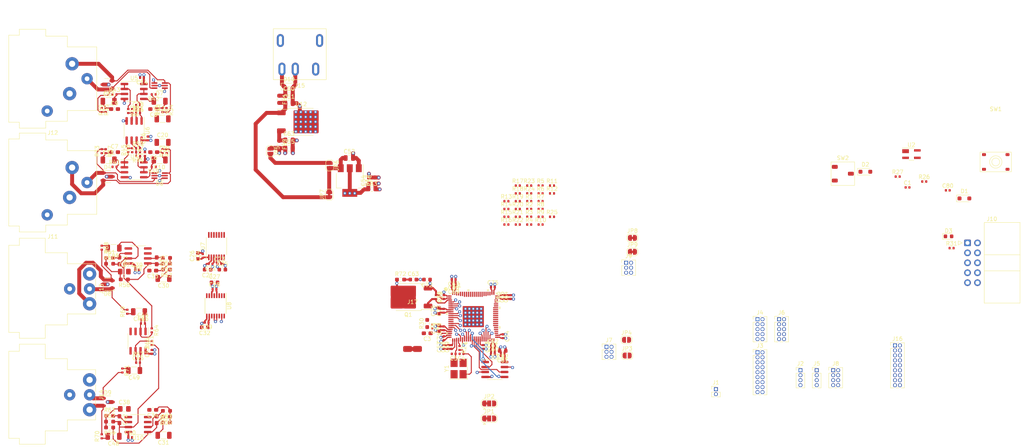
<source format=kicad_pcb>
(kicad_pcb (version 20221018) (generator pcbnew)
  (layers (0 "F.Cu" signal) (31 "B.Cu" signal) (34 "B.Paste" user) (35 "F.Paste" user) (36 "B.SilkS" user "B.Silkscreen") (37 "F.SilkS" user "F.Silkscreen") (38 "B.Mask" user) (39 "F.Mask" user) (44 "Edge.Cuts" user))
  (net 0 "")
  (net 1 "GND")
  (net 2 "Net-(U1A-Xtal_In{slash}MCLK_In)")
  (net 3 "Net-(U1A-PLLFlt)")
  (net 4 "Net-(C3-Pad2)")
  (net 5 "Net-(C11-Pad1)")
  (net 6 "Net-(C12-Pad1)")
  (net 7 "Net-(C13-Pad1)")
  (net 8 "Net-(C10-Pad1)")
  (net 9 "/Analog Input/Analog_In_R")
  (net 10 "/Analog Input/Analog_In_L")
  (net 11 "Net-(U4A--)")
  (net 12 "Net-(U4B--)")
  (net 13 "Net-(U5A--)")
  (net 14 "Net-(U5B--)")
  (net 15 "+5V")
  (net 16 "VCOM")
  (net 17 "/Analog Output/DAC_Out_L")
  (net 18 "/Analog Output/DAC_Out_R")
  (net 19 "+3V3")
  (net 20 "+1V2")
  (net 21 "VCC")
  (net 22 "Net-(JP7-A)")
  (net 23 "Net-(JP6-B)")
  (net 24 "Net-(D1-A2)")
  (net 25 "Net-(D4-A1)")
  (net 26 "Net-(D4-A2)")
  (net 27 "/MCLK")
  (net 28 "/BCLK_In0")
  (net 29 "/BCLK_In3")
  (net 30 "/LRCK_In0")
  (net 31 "/LRCK_In3")
  (net 32 "/SDATA_In0")
  (net 33 "/SDATA_In3")
  (net 34 "/BCLK_In1")
  (net 35 "/BCLK_In2")
  (net 36 "/LRCK_In1")
  (net 37 "/LRCK_In2")
  (net 38 "/SDATA_In1")
  (net 39 "/SDATA_In2")
  (net 40 "/Tmp+")
  (net 41 "/Tmp-")
  (net 42 "/SDATA_IO0")
  (net 43 "/SDATA_IO7")
  (net 44 "/SDATA_IO1")
  (net 45 "/SDATA_IO6")
  (net 46 "/SDATA_IO2")
  (net 47 "/SDATA_IO5")
  (net 48 "/SDATA_IO3")
  (net 49 "/SDATA_IO4")
  (net 50 "/M_SCL1{slash}SCLK")
  (net 51 "/M_SDL2")
  (net 52 "/M_SDA1{slash}MISO")
  (net 53 "/M_SDA2")
  (net 54 "/M_MOSI")
  (net 55 "/M_CS")
  (net 56 "/GPIO6")
  (net 57 "/GPIO15")
  (net 58 "/GPIO7")
  (net 59 "/GPIO14")
  (net 60 "/AuxADC0")
  (net 61 "/AuxADC7")
  (net 62 "/AuxADC1")
  (net 63 "/AuxADC6")
  (net 64 "/AuxADC2")
  (net 65 "/AuxADC5")
  (net 66 "/AuxADC3")
  (net 67 "/AuxADC4")
  (net 68 "/S_SDA{slash}MISO")
  (net 69 "/S_MOSI")
  (net 70 "/S_SCL")
  (net 71 "/S_CS")
  (net 72 "/SPDIT_In")
  (net 73 "/SPDIT_Out")
  (net 75 "/5V_PGRM")
  (net 76 "/RST_PGRM")
  (net 77 "Net-(JP1-C)")
  (net 78 "Net-(JP5-B)")
  (net 79 "Net-(Q1-B)")
  (net 80 "Net-(U1A-Xtal_Out)")
  (net 81 "Net-(U1C-BCLK_Out0)")
  (net 82 "/BCLK_Out0")
  (net 83 "Net-(U1C-LRCK_Out0{slash}GPIO4)")
  (net 84 "/LRCK_Out0")
  (net 85 "Net-(U1C-SDATA_Out0)")
  (net 86 "/SDATA_Out0")
  (net 87 "Net-(U1C-BCLK_Out1)")
  (net 88 "/BCLK_Out1")
  (net 89 "Net-(U1C-LRCK_Out1{slash}GPIO5)")
  (net 90 "/LRCK_Out1")
  (net 91 "Net-(U1C-SDATA_Out1)")
  (net 92 "/SDATA_Out1")
  (net 93 "Net-(U1C-BCLK_Out2)")
  (net 94 "/BCLK_Out2")
  (net 95 "Net-(U1C-LRCK_Out2{slash}GPIO8)")
  (net 96 "/LRCK_Out2")
  (net 97 "Net-(U1C-SDATA_Out2)")
  (net 98 "/SDATA_Out2")
  (net 99 "Net-(U1C-BCLK_Out3)")
  (net 100 "/BCLK_Out3")
  (net 101 "Net-(U1C-LRCK_Out3{slash}GPIO9)")
  (net 102 "/LRCK_Out3")
  (net 103 "Net-(U1C-SDATA_Out3)")
  (net 104 "/SDATA_Out3")
  (net 105 "Net-(U1C-BCLK_In0)")
  (net 106 "Net-(U1C-LRCK_In0{slash}GPIO10)")
  (net 107 "Net-(U1C-SDATA_In0)")
  (net 108 "Net-(U1C-BCLK_In1)")
  (net 109 "Net-(U1C-LRCK_In1{slash}GPIO11)")
  (net 110 "Net-(U1C-SDATA_In1)")
  (net 111 "Net-(U1C-BCLK_In2)")
  (net 112 "Net-(U1C-LRCK_In2{slash}GPIO12)")
  (net 113 "Net-(U1C-SDATA_In2)")
  (net 114 "Net-(U1C-BCLK_In3)")
  (net 115 "Net-(U1C-LRCK_In3{slash}GPIO13)")
  (net 116 "Net-(U1C-SDATA_In3)")
  (net 117 "/DSP_RST*")
  (net 118 "/DAC_ZeroFlag")
  (net 119 "/DAC_Mute")
  (net 120 "Net-(C4-Pad1)")
  (net 121 "Net-(U4A-+)")
  (net 122 "Net-(U4B-+)")
  (net 123 "Net-(U5A-+)")
  (net 124 "Net-(U5B-+)")
  (net 125 "Net-(U6B--)")
  (net 126 "Net-(U6A--)")
  (net 127 "Net-(U7-In_L)")
  (net 128 "Net-(U7-In_R)")
  (net 129 "Net-(U7-Vcom)")
  (net 130 "Net-(U8-Out_L)")
  (net 131 "Net-(U8-Out_R)")
  (net 132 "Net-(C33-Pad1)")
  (net 133 "Net-(C34-Pad1)")
  (net 134 "Net-(U9A--)")
  (net 135 "Net-(C35-Pad2)")
  (net 136 "Net-(U10A--)")
  (net 137 "Net-(C36-Pad2)")
  (net 138 "Net-(C37-Pad1)")
  (net 139 "Net-(C38-Pad1)")
  (net 140 "Net-(U9B--)")
  (net 141 "Net-(C41-Pad2)")
  (net 142 "Net-(U10B--)")
  (net 143 "Net-(C42-Pad2)")
  (net 144 "Net-(U11A--)")
  (net 145 "Net-(C44-Pad2)")
  (net 146 "Net-(U11B--)")
  (net 147 "Net-(C45-Pad2)")
  (net 148 "Net-(C46-Pad2)")
  (net 149 "Net-(C47-Pad2)")
  (net 150 "Net-(C48-Pad2)")
  (net 151 "Net-(C49-Pad2)")
  (net 152 "Net-(U12-OUT)")
  (net 153 "Net-(U13-OUT)")
  (net 154 "Net-(C63-Pad1)")
  (net 155 "Net-(D2-K)")
  (net 156 "Net-(D3-A)")
  (net 162 "Net-(JP2-C)")
  (net 163 "Net-(U6B-+)")
  (net 164 "Net-(U6A-+)")
  (net 167 "Net-(D5-A1)")
  (net 168 "Net-(D5-A2)")
  (net 169 "Net-(D8-A1)")
  (net 170 "Net-(D8-A2)")
  (net 171 "Net-(D9-A1)")
  (net 172 "Net-(D9-A2)")
  (net 174 "GND1")
  (footprint "Capacitor_SMD:C_0805_2012Metric" (layer "F.Cu") (at 107.635 94.5)
    (fp_text reference "C52")
    (fp_text value "1u")
  )
  (footprint "Capacitor_SMD:C_0402_1005Metric" (layer "F.Cu") (at 144.25 143.5)
    (fp_text reference "C61")
    (fp_text value "100n")
  )
  (footprint "Resistor_SMD:R_0603_1608Metric_Pad0.98x0.95mm_HandSolder" (layer "F.Cu") (at 61 160.55125 180)
    (fp_text reference "R56")
    (fp_text value "5k9")
  )
  (footprint "Resistor_SMD:R_0402_1005Metric" (layer "F.Cu") (at 47.75 78.25)
    (fp_text reference "R43")
    (fp_text value "100k")
  )
  (footprint "Resistor_SMD:R_0402_1005Metric" (layer "F.Cu") (at 60 82.25 90)
    (fp_text reference "R38")
    (fp_text value "100R")
  )
  (footprint "Capacitor_SMD:C_0805_2012Metric" (layer "F.Cu") (at 92.25 78.5)
    (fp_text reference "C50")
    (fp_text value "330n")
  )
  (footprint "Capacitor_SMD:C_0402_1005Metric" (layer "F.Cu") (at 144.25 127.5)
    (fp_text reference "C75")
    (fp_text value "100n")
  )
  (footprint "Capacitor_SMD:C_1206_3216Metric" (layer "F.Cu") (at 60 90.5)
    (fp_text reference "C20")
    (fp_text value "1u")
  )
  (footprint "Capacitor_SMD:C_0402_1005Metric" (layer "F.Cu") (at 128.75 137.5 -90)
    (fp_text reference "C2")
    (fp_text value "150p")
  )
  (footprint "Capacitor_SMD:C_0402_1005Metric" (layer "F.Cu") (at 141.75 142.75 -90)
    (fp_text reference "C73")
    (fp_text value "100n")
  )
  (footprint "Resistor_SMD:R_0402_1005Metric" (layer "F.Cu") (at 44.5 92.75 90)
    (fp_text reference "R33")
    (fp_text value "1Meg")
  )
  (footprint "Capacitor_SMD:C_1206_3216Metric" (layer "F.Cu") (at 59.25 95 180)
    (fp_text reference "C10")
    (fp_text value "1u")
  )
  (footprint "Capacitor_SMD:C_0402_1005Metric" (layer "F.Cu") (at 74.5 121.5)
    (fp_text reference "C23")
    (fp_text value "100n")
  )
  (footprint "1_Project_Footprints:CJS-1201TB" (layer "F.Cu") (at 233.5 98.5)
    (fp_text reference "SW2")
    (fp_text value "CJS-1201TB")
  )
  (footprint "Resistor_SMD:R_0402_1005Metric" (layer "F.Cu") (at 61 82.25 -90)
    (fp_text reference "R34")
    (fp_text value "1Meg")
  )
  (footprint "Resistor_SMD:R_0402_1005Metric" (layer "F.Cu") (at 53.75 83)
    (fp_text reference "R51")
    (fp_text value "4k7")
  )
  (footprint "Resistor_SMD:R_0603_1608Metric_Pad0.98x0.95mm_HandSolder" (layer "F.Cu") (at 46.5 119.995406)
    (fp_text reference "R61")
    (fp_text value "909R")
  )
  (footprint "Capacitor_SMD:C_0603_1608Metric_Pad1.08x0.95mm_HandSolder" (layer "F.Cu") (at 47.75 82)
    (fp_text reference "C9")
    (fp_text value "1n")
  )
  (footprint "Capacitor_SMD:C_0402_1005Metric" (layer "F.Cu") (at 131.75 130 90)
    (fp_text reference "C70")
    (fp_text value "100n")
  )
  (footprint "Resistor_SMD:R_0402_1005Metric" (layer "F.Cu") (at 156.42 105.52)
    (fp_text reference "R7")
    (fp_text value "100R")
  )
  (footprint "Jumper:SolderJumper-2_P1.3mm_Bridged_RoundedPad1.0x1.5mm" (layer "F.Cu") (at 179.84 118.445)
    (fp_text reference "JP9")
    (fp_text value "Jumper")
  )
  (footprint "Resistor_SMD:R_0402_1005Metric" (layer "F.Cu") (at 57.25 141.75 90)
    (fp_text reference "R65")
    (fp_text value "4k7")
  )
  (footprint "Connector_PinHeader_1.27mm:PinHeader_1x02_P1.27mm_Vertical" (layer "F.Cu") (at 201.13 153.525)
    (fp_text reference "J1")
    (fp_text value "Header")
  )
  (footprint "Resistor_SMD:R_0603_1608Metric_Pad0.98x0.95mm_HandSolder" (layer "F.Cu") (at 46.5 163.30125 180)
    (fp_text reference "R59")
    (fp_text value "1k33")
  )
  (footprint "Capacitor_SMD:C_0402_1005Metric" (layer "F.Cu") (at 51.75 165.80125)
    (fp_text reference "C40")
    (fp_text value "100n")
  )
  (footprint "Capacitor_SMD:C_0603_1608Metric" (layer "F.Cu") (at 146.75 143.75 180)
    (fp_text reference "C82")
    (fp_text value "10u")
  )
  (footprint "Resistor_SMD:R_0603_1608Metric_Pad0.98x0.95mm_HandSolder" (layer "F.Cu") (at 120.7 125.53)
    (fp_text reference "R72")
    (fp_text value "500m")
  )
  (footprint "Capacitor_SMD:C_0603_1608Metric" (layer "F.Cu") (at 69 119.5 90)
    (fp_text reference "C26")
    (fp_text value "10u")
  )
  (footprint "Connector_Audio:Jack_XLR_Neutrik_NC3FAAH2_Horizontal" (layer "F.Cu") (at 36.3 78.06 180)
    (fp_text reference "J12")
    (fp_text value "NC3FAAH2")
  )
  (footprint "Resistor_SMD:R_0402_1005Metric" (layer "F.Cu") (at 52.25 82.5 -90)
    (fp_text reference "R49")
    (fp_text value "4k7")
  )
  (footprint "Connector_PinHeader_1.27mm:PinHeader_2x05_P1.27mm_Vertical" (layer "F.Cu") (at 211.74 135.665)
    (fp_text reference "J4")
    (fp_text value "Header")
  )
  (footprint "Capacitor_SMD:C_0603_1608Metric_Pad1.08x0.95mm_HandSolder" (layer "F.Cu") (at 57.5 123.245406 180)
    (fp_text reference "C33")
    (fp_text value "3n3")
  )
  (footprint "Package_SO:SOIC-8_3.9x4.9mm_P1.27mm" (layer "F.Cu") (at 52.75 77.5)
    (fp_text reference "U5")
    (fp_text value "NE5532")
  )
  (footprint "Resistor_SMD:R_0402_1005Metric" (layer "F.Cu") (at 156.42 103.53)
    (fp_text reference "R6")
    (fp_text value "100R")
  )
  (footprint "Connector_Audio:Jack_XLR_Neutrik_NC3FAAH2_Horizontal" (layer "F.Cu") (at 36.3 104.56 180)
    (fp_text reference "J11")
    (fp_text value "NC3FAAH2")
  )
  (footprint "Capacitor_SMD:C_0603_1608Metric_Pad1.08x0.95mm_HandSolder" (layer "F.Cu") (at 47.75 93)
    (fp_text reference "C7")
    (fp_text value "1n")
  )
  (footprint "Resistor_SMD:R_0402_1005Metric" (layer "F.Cu") (at 147.69 111.49)
    (fp_text reference "R16")
    (fp_text value "100R")
  )
  (footprint "Capacitor_SMD:C_0402_1005Metric" (layer "F.Cu") (at 136.25 144.5 180)
    (fp_text reference "C4")
    (fp_text value "27p")
  )
  (footprint "Jumper:SolderJumper-2_P1.3mm_Open_RoundedPad1.0x1.5mm" (layer "F.Cu") (at 178.49 144.925)
    (fp_text reference "JP3")
    (fp_text value "Jumper")
  )
  (footprint "Resistor_SMD:R_0603_1608Metric_Pad0.98x0.95mm_HandSolder" (layer "F.Cu") (at 46.5 160.30125)
    (fp_text reference "R63")
    (fp_text value "909R")
  )
  (footprint "Resistor_SMD:R_0402_1005Metric" (layer "F.Cu") (at 247.49 99.25)
    (fp_text reference "R27")
    (fp_text value "100k")
  )
  (footprint "Connector_Audio:Jack_XLR_Neutrik_NC3MAAH_Horizontal" (layer "F.Cu") (at 41.39 124.09 -90)
    (fp_text reference "J13")
    (fp_text value "NC3MAAH")
  )
  (footprint "Connector_PinHeader_1.27mm:PinHeader_1x04_P1.27mm_Vertical" (layer "F.Cu") (at 222.69 148.685)
    (fp_text reference "J2")
    (fp_text value "Header")
  )
  (footprint "Resistor_SMD:R_0402_1005Metric" (layer "F.Cu") (at 57.25 138.5 -90)
    (fp_text reference "R64")
    (fp_text value "4k7")
  )
  (footprint "Connector_PinHeader_1.27mm:PinHeader_2x03_P1.27mm_Vertical" (layer "F.Cu") (at 178.23 121.23)
    (fp_text reference "J9")
    (fp_text value "Header")
  )
  (footprint "Resistor_SMD:R_0603_1608Metric_Pad0.98x0.95mm_HandSolder" (layer "F.Cu") (at 50.25 125.495406 180)
    (fp_text reference "R58")
    (fp_text value "1k33")
  )
  (footprint "Resistor_SMD:R_0402_1005Metric" (layer "F.Cu") (at 49.75 148.75 -90)
    (fp_text reference "R71")
    (fp_text value "10R")
  )
  (footprint "1_Project_Footprints:Short" (layer "F.Cu") (at 123.75 143.25)
    (fp_text reference "J17")
    (fp_text value "~")
  )
  (footprint "Capacitor_SMD:C_0402_1005Metric" (layer "F.Cu") (at 132.75 142.75 90)
    (fp_text reference "C58")
    (fp_text value "100n")
  )
  (footprint "Capacitor_SMD:C_0402_1005Metric" (layer "F.Cu") (at 147.75 130 90)
    (fp_text reference "C65")
    (fp_text value "100n")
  )
  (footprint "Resistor_SMD:R_0402_1005Metric" (layer "F.Cu") (at 156.42 111.49)
    (fp_text reference "R10")
    (fp_text value "100R")
  )
  (footprint "Diode_SMD:D_SOD-323_HandSoldering" (layer "F.Cu") (at 264.51 104.815)
    (fp_text reference "D1")
    (fp_text value "STS321033U202")
  )
  (footprint "Jumper:SolderJumper-2_P1.3mm_Open_RoundedPad1.0x1.5mm" (layer "F.Cu") (at 87.5 92.75 -90)
    (fp_text reference "JP5")
    (fp_text value "Jumper")
  )
  (footprint "Package_SO:SOIC-8_3.9x4.9mm_P1.27mm" (layer "F.Cu") (at 53.75 119.495406 180)
    (fp_text reference "U9")
    (fp_text value "NE5532")
  )
  (footprint "Resistor_SMD:R_0402_1005Metric" (layer "F.Cu") (at 51.25 92.5 90)
    (fp_text reference "R45")
    (fp_text value "4k7")
  )
  (footprint "Jumper:SolderJumper-3_P1.3mm_Bridged12_RoundedPad1.0x1.5mm" (layer "F.Cu") (at 143.3 157.165)
    (fp_text reference "JP2")
    (fp_text value "Jumper")
  )
  (footprint "Resistor_SMD:R_0402_1005Metric" (layer "F.Cu") (at 135.75 143 -90)
    (fp_text reference "R29")
    (fp_text value "100R")
  )
  (footprint "Resistor_SMD:R_0402_1005Metric" (layer "F.Cu") (at 53.75 92)
    (fp_text reference "R50")
    (fp_text value "4k7")
  )
  (footprint "Capacitor_SMD:C_0603_1608Metric_Pad1.08x0.95mm_HandSolder" (layer "F.Cu") (at 57.5 158.80125 180)
    (fp_text reference "C34")
    (fp_text value "3n3")
  )
  (footprint "Connector_PinHeader_1.27mm:PinHeader_2x09_P1.27mm_Vertical" (layer "F.Cu") (at 246.8 142.35)
    (fp_text reference "J16")
    (fp_text value "Header")
  )
  (footprint "Resistor_SMD:R_0402_1005Metric" (layer "F.Cu") (at 153.51 105.52)
    (fp_text reference "R1")
    (fp_text value "100R")
  )
  (footprint "Connector_IDC:IDC-Header_2x05_P2.54mm_Horizontal" (layer "F.Cu") (at 265.3025 116.17)
    (fp_text reference "J10")
    (fp_text value "Programming")
  )
  (footprint "Resistor_SMD:R_0402_1005Metric" (layer "F.Cu") (at 153.51 107.51)
    (fp_text reference "R2")
    (fp_text value "100R")
  )
  (footprint "Connector_PinHeader_1.27mm:PinHeader_1x04_P1.27mm_Vertical" (layer "F.Cu") (at 226.84 148.685)
    (fp_text reference "J5")
    (fp_text value "Header")
  )
  (footprint "Package_SO:SOIC-8_3.9x4.9mm_P1.27mm" (layer "F.Cu") (at 53.75 162.55125 180)
    (fp_text reference "U10")
    (fp_text value "NE5532")
  )
  (footprint "Capacitor_SMD:C_1206_3216Metric" (layer "F.Cu") (at 47.5 165.55125 180)
    (fp_text reference "C48")
    (fp_text value "10u")
  )
  (footprint "Capacitor_SMD:C_0402_1005Metric" (layer "F.Cu") (at 144.25 142.5)
    (fp_text reference "C62")
    (fp_text value "10n")
  )
  (footprint "Capacitor_SMD:C_0402_1005Metric" (layer "F.Cu") (at 133.75 142.75 90)
    (fp_text reference "C59")
    (fp_text value "10n")
  )
  (footprint "Package_TO_SOT_SMD:SOT-363_SC-70-6_Handsoldering" (layer "F.Cu") (at 59.25 76 180)
    (fp_text reference "D7")
    (fp_text value "BAT54XY,115")
  )
  (footprint "Capacitor_SMD:C_0402_1005Metric" (layer "F.Cu") (at 250 102)
    (fp_text reference "C1")
    (fp_text value "100n")
  )
  (footprint "Resistor_SMD:R_0402_1005Metric" (layer "F.Cu") (at 159.33 103.53)
    (fp_text reference "R12")
    (fp_text value "100R")
  )
  (footprint "Capacitor_SMD:C_1206_3216Metric" (layer "F.Cu") (at 60 84.5)
    (fp_text reference "C19")
    (fp_text value "1u")
  )
  (footprint "Resistor_SMD:R_0402_1005Metric" (layer "F.Cu") (at 153.51 101.54)
    (fp_text reference "R23")
    (fp_text value "100R")
  )
  (footprint "Capacitor_SMD:C_1206_3216Metric" (layer "F.Cu") (at 52.75 148.75 180)
    (fp_text reference "C49")
    (fp_text value "10u")
  )
  (footprint "Jumper:SolderJumper-2_P1.3mm_Open_RoundedPad1.0x1.5mm" (layer "F.Cu") (at 102.635 96.4 -90)
    (fp_text reference "JP6")
    (fp_text value "Jumper")
  )
  (footprint "Capacitor_SMD:C_0402_1005Metric" (layer "F.Cu") (at 53.75 82)
    (fp_text reference "C18")
    (fp_text value "22p")
  )
  (footprint "Resistor_SMD:R_0402_1005Metric" (layer "F.Cu") (at 44.5 165.55125 90)
    (fp_text reference "R70")
    (fp_text value "10R")
  )
  (footprint "Capacitor_SMD:C_1206_3216Metric" (layer "F.Cu") (at 60.25 165.30125 180)
    (fp_text reference "C31")
    (fp_text value "10u")
  )
  (footprint "Capacitor_SMD:C_0603_1608Metric" (layer "F.Cu") (at 73.25 126.25)
    (fp_text reference "C27")
    (fp_text value "10u")
  )
  (footprint "Capacitor_SMD:C_0402_1005Metric" (layer "F.Cu") (at 134.25 144.5 180)
    (fp_text reference "C5")
    (fp_text value "27p")
  )
  (footprint "Package_SO:TSSOP-14_4.4x5mm_P0.65mm" (layer "F.Cu") (at 73.75 117 90)
    (fp_text reference "U7")
    (fp_text value "PCM1808")
  )
  (footprint "Resistor_SMD:R_0603_1608Metric_Pad0.98x0.95mm_HandSolder" (layer "F.Cu") (at 61 121.495406 180)
    (fp_text reference "R54")
    (fp_text value "5k9")
  )
  (footprint "Connector_PinHeader_1.27mm:PinHeader_2x05_P1.27mm_Vertical" (layer "F.Cu") (at 217.24 135.665)
    (fp_text reference "J6")
    (fp_text value "Header")
  )
  (footprint "Capacitor_SMD:C_0402_1005Metric" (layer "F.Cu") (at 53.75 93)
    (fp_text reference "C17")
    (fp_text value "22p")
  )
  (footprint "Resistor_SMD:R_0402_1005Metric" (layer "F.Cu") (at 150.6 101.54)
    (fp_text reference "R17")
    (fp_text value "100R")
  )
  (footprint "Resistor_SMD:R_0402_1005Metric" (layer "F.Cu") (at 150.6 107.51)
    (fp_text reference "R20")
    (fp_text value "100R")
  )
  (footprint "Resistor_SMD:R_0402_1005Metric" (layer "F.Cu") (at 159.33 109.5)
    (fp_text reference "R25")
    (fp_text value "100k")
  )
  (footprint "Connector_Audio:Jack_XLR_Neutrik_NC3MAAH_Horizontal" (layer "F.Cu") (at 41.39 151.14125 -90)
    (fp_text reference "J14")
    (fp_text value "NC3MAAH")
  )
  (footprint "Capacitor_SMD:C_0805_2012Metric" (layer "F.Cu") (at 92.25 90)
    (fp_text reference "C53")
    (fp_text value "1u")
  )
  (footprint "1_Project_Footprints:TS-1187A-B-A-B" (layer "F.Cu") (at 272.5 95.5)
    (fp_text reference "SW1")
    (fp_text value "TS-1187A-B-A-B")
  )
  (footprint "Capacitor_SMD:C_0402_1005Metric" (layer "F.Cu") (at 134.25 126.5 180)
    (fp_text reference "C68")
    (fp_text value "100n")
  )
  (footprint "Resistor_SMD:R_0402_1005Metric" (layer "F.Cu") (at 150.6 105.52)
    (fp_text reference "R19")
    (fp_text value "100R")
  )
  (footprint "Jumper:SolderJumper-3_P1.3mm_Bridged12_RoundedPad1.0x1.5mm" (layer "F.Cu") (at 143.3 161)
    (fp_text reference "JP1")
    (fp_text value "Jumper")
  )
  (footprint "Package_TO_SOT_SMD:TO-252-2" (layer "F.Cu") (at 122.66 130 180)
    (fp_text reference "Q1")
    (fp_text value "NSS1C300ET4")
  )
  (footprint "Package_TO_SOT_SMD:SOT-143_Handsoldering" (layer "F.Cu") (at 251 93.5)
    (fp_text reference "U2")
    (fp_text value "ADM811")
  )
  (footprint "Resistor_SMD:R_0402_1005Metric" (layer "F.Cu") (at 150.6 103.53)
    (fp_text reference "R18")
    (fp_text value "100R")
  )
  (footprint "Capacitor_SMD:C_0805_2012Metric_Pad1.18x1.45mm_HandSolder" (layer "F.Cu") (at 50.25 158.55125)
    (fp_text reference "C38")
    (fp_text value "39n")
  )
  (footprint "Resistor_SMD:R_0603_1608Metric_Pad0.98x0.95mm_HandSolder" (layer "F.Cu") (at 46.5 121.495406)
    (fp_text reference "R60")
    (fp_text value "1k33")
  )
  (footprint "Resistor_SMD:R_0603_1608Metric_Pad0.98x0.95mm_HandSolder" (layer "F.Cu") (at 89.75 91 -90)
    (fp_text reference "FB2")
    (fp_text value "MFBW1V3216-102-R")
  )
  (footprint "Capacitor_SMD:C_0402_1005Metric" (layer "F.Cu") (at 56.25 89.5 90)
    (fp_text reference "C16")
    (fp_text value "100n")
  )
  (footprint "Package_TO_SOT_SMD:SOT-23-3" (layer "F.Cu") (at 46 126.75 180)
    (fp_text reference "D8")
    (fp_text value "STS232150B251")
  )
  (footprint "Resistor_SMD:R_0402_1005Metric" (layer "F.Cu") (at 44.5 117.395406 -90)
    (fp_text reference "R68")
    (fp_text value "10R")
  )
  (footprint "Capacitor_SMD:C_0402_1005Metric" (layer "F.Cu") (at 70.25 119.5 90)
    (fp_text reference "C24")
    (fp_text value "100n")
  )
  (footprint "Resistor_SMD:R_0402_1005Metric" (layer "F.Cu") (at 254.26 100.5)
    (fp_text reference "R26")
    (fp_text value "1k")
  )
  (footprint "Resistor_SMD:R_0402_1005Metric" (layer "F.Cu") (at 47.75 96.75)
    (fp_text reference "R41")
    (fp_text value "100k")
  )
  (footprint "Resistor_SMD:R_0402_1005Metric" (layer "F.Cu") (at 61.06 92.75 90)
    (fp_text reference "R32")
    (fp_text value "1Meg")
  )
  (footprint "Capacitor_SMD:C_0402_1005Metric" (layer "F.Cu") (at 72.25 121.5 180)
    (fp_text reference "C22")
    (fp_text value "100n")
  )
  (footprint "Capacitor_SMD:C_0402_1005Metric" (layer "F.Cu") (at 260.27 102.75)
    (fp_text reference "C80")
    (fp_text value "100n")
  )
  (footprint "Capacitor_SMD:C_0402_1005Metric" (layer "F.Cu") (at 131.75 140.5 90)
    (fp_text reference "C71")
    (fp_text value "100n")
  )
  (footprint "Resistor_SMD:R_0402_1005Metric" (layer "F.Cu") (at 51.25 82.5 -90)
    (fp_text reference "R47")
    (fp_text value "4k7")
  )
  (footprint "Package_SO:SOIC-8_3.9x4.9mm_P1.27mm" (layer "F.Cu") (at 144.75 148.5)
    (fp_text reference "U3")
    (fp_text value "M95M01-R")
  )
  (footprint "Capacitor_SMD:C_1206_3216Metric" (layer "F.Cu") (at 46.25 80)
    (fp_text reference "C13")
    (fp_text value "1u")
  )
  (footprint "Capacitor_SMD:C_0402_1005Metric" (layer "F.Cu") (at 55.5 93.5 90)
    (fp_text reference "C15")
    (fp_text value "100n")
  )
  (footprint "Package_SO:SOIC-8_3.9x4.9mm_P1.27mm" (layer "F.Cu") (at 52.75 87.5 -90)
    (fp_text reference "U6")
    (fp_text value "NE5532")
  )
  (footprint "Resistor_SMD:R_0402_1005Metric" (layer "F.Cu") (at 156.42 109.5)
    (fp_text reference "R9")
    (fp_text value "100R")
  )
  (footprint "Capacitor_SMD:C_0603_1608Metric" (layer "F.Cu") (at 71.5 123 180)
    (fp_text reference "C21")
    (fp_text value "10u")
  )
  (footprint "Capacitor_SMD:C_0402_1005Metric" (layer "F.Cu") (at 131.75 133.5 90)
    (fp_text reference "C77")
    (fp_text value "100n")
  )
  (footprint "Capacitor_SMD:C_0603_1608Metric_Pad1.08x0.95mm_HandSolder" (layer "F.Cu") (at 127.5 139.25 180)
    (fp_text reference "C3")
    (fp_text value "5n6")
  )
  (footprint "Capacitor_SMD:C_1206_3216Metric" (layer "F.Cu") (at 47.5 117.495406 180)
    (fp_text reference "C46")
    (fp_text value "10u")
  )
  (footprint "Capacitor_SMD:C_0603_1608Metric" (layer "F.Cu") (at 75.25 123)
    (fp_text reference "C25")
    (fp_text value "10u")
  )
  (footprint "1_Project_Footprints:ADAU1463" (layer "F.Cu") (at 139.25 135)
    (fp_text reference "U1")
    (fp_text value "ADAU1463" hide)
  )
  (footprint "Capacitor_SMD:C_0402_1005Metric" (layer "F.Cu") (at 134.25 125.5 180)
    (fp_text reference "C67")
    (fp_text value "1u")
  )
  (footprint "Capacitor_SMD:C_0402_1005Metric" (layer "F.Cu") (at 55 135.75)
    (fp_text reference "C44")
    (fp_text value "22p")
  )
  (footprint "Capacitor_SMD:C_0402_1005Metric" (layer "F.Cu") (at 146.75 145 180)
    (fp_text reference "C81")
    (fp_text value "100n")
  )
  (footprint "Resistor_SMD:R_0402_1005Metric" (layer "F.Cu") (at 159.33 101.54)
    (fp_text reference "R11")
    (fp_text value "100R")
  )
  (footprint "Capacitor_SMD:C_0402_1005Metric" (layer "F.Cu") (at 146.75 140 -90)
    (fp_text reference "C74")
    (fp_text value "100n")
  )
  (footprint "Resistor_SMD:R_0603_1608Metric_Pad0.98x0.95mm_HandSolder" (layer "F.Cu") (at 89.75 79.5 -90)
    (fp_text reference "FB1")
    (fp_text value "MFBW1V3216-102-R")
  )
  (footprint "Resistor_SMD:R_0402_1005Metric" (layer "F.Cu") (at 51 133.75 90)
    (fp_text reference "R69")
    (fp_text value "10R")
  )
  (footprint "Capacitor_SMD:C_0402_1005Metric" (layer "F.Cu") (at 146.75 130 90)
    (fp_text reference "C66")
    (fp_text value "10n")
  )
  (footprint "Capacitor_SMD:C_0603_1608Metric" (layer "F.Cu") (at 123.95 125.53)
    (fp_text reference "C63")
    (fp_text value "10u")
  )
  (footprint "Package_TO_SOT_SMD:SOT-23-3" (layer "F.Cu") (at 46 156.80125)
    (fp_text reference "D9")
    (fp_text value "STS232150B251")
  )
  (footprint "Resistor_SMD:R_0402_1005Metric" (layer "F.Cu") (at 53.75 94 180)
    (fp_text reference "R44")
    (fp_text value "4k7")
  )
  (footprint "Capacitor_SMD:C_0402_1005Metric" (layer "F.Cu") (at 53.75 146.75)
    (fp_text reference "C45")
    (fp_text value "22p")
  )
  (footprint "Capacitor_SMD:C_0402_1005Metric" (layer "F.Cu") (at 73.25 128)
    (fp_text reference "C28")
    (fp_text value "100n")
  )
  (footprint "Capacitor_SMD:C_0402_1005Metric" (layer "F.Cu") (at 54.75 74 180)
    (fp_text reference "C14")
    (fp_text value "100n")
  )
  (footprint "Diode_SMD:D_SOD-323_HandSoldering" (layer "F.Cu") (at 239.25 98)
    (fp_text reference "D2")
    (fp_text value "STS321033U202")
  )
  (footprint "Capacitor_SMD:C_0402_1005Metric" (layer "F.Cu") (at 71.25 136.5 180)
    (fp_text reference "C29")
    (fp_text value "100n")
  )
  (footprint "Connector_PinHeader_1.27mm:PinHeader_2x04_P1.27mm_Vertical" (layer "F.Cu") (at 231.04 148.685)
    (fp_text reference "J8")
    (fp_text value "Header")
  )
  (footprint "Resistor_SMD:R_0402_1005Metric" (layer "F.Cu") (at 153.51 111.49)
    (fp_text reference "R4")
    (fp_text value "100R")
  )
  (footprint "Capacitor_SMD:C_0402_1005Metric" (layer "F.Cu") (at 57.25 144 90)
    (fp_text reference "C43")
    (fp_text value "100n")
  )
  (footprint "Package_SO:SOIC-8_3.9x4.9mm_P1.27mm" (layer "F.Cu") (at 53.75 141.25 -90)
    (fp_text reference "U11")
    (fp_text value "NE5532")
  )
  (footprint "Resistor_SMD:R_0402_1005Metric" (layer "F.Cu") (at 156.42 101.54)
    (fp_text reference "R5")
    (fp_text value "100R")
  )
  (footprint "Resistor_SMD:R_0402_1005Metric" (layer "F.Cu") (at 153.51 109.5)
    (fp_text reference "R3")
    (fp_text value "100R")
  )
  (footprint "Connector_PinHeader_1.27mm:PinHeader_2x09_P1.27mm_Vertical" (layer "F.Cu") (at 211.74 144.115)
    (fp_text reference "J3")
    (fp_text value "Header")
  )
  (footprint "Package_SO:SOIC-8_3.9x4.9mm_P1.27mm" (layer "F.Cu") (at 52.75 97.5)
    (fp_text reference "U4")
    (fp_text value "NE5532")
  )
  (footprint "Resistor_SMD:R_0402_1005Metric" (layer "F.Cu") (at 53.75 145.75)
    (fp_text reference "R67")
    (fp_text value "4k7")
  )
  (footprint "Resistor_SMD:R_0603_1608Metric_Pad0.98x0.95mm_HandSolder" (layer "F.Cu") (at 127.5 136.75 90)
    (fp_text reference "R30")
    (fp_text value "4k3")
  )
  (footprint "Jumper:SolderJumper-2_P1.3mm_Open_RoundedPad1.0x1.5mm" (layer "F.Cu") (at 178.34 140.925)
    (fp_text reference "JP4")
    (fp_text value "Jumper")
  )
  (footprint "Capacitor_SMD:C_0603_1608Metric" (layer "F.Cu") (at 114.135 100.25 90)
    (fp_text reference "C56")
    (fp_text value "2u2")
  )
  (footprint "Capacitor_SMD:C_0402_1005Metric" (layer "F.Cu") (at 53.5 122.995406)
    (fp_text reference "C39")
    (fp_text value "100n")
  )
  (footprint "Resistor_SMD:R_0603_1608Metric_Pad0.98x0.95mm_HandSolder" (layer "F.Cu") (at 46.5 161.80125)
    (fp_text reference "R62")
    (fp_text value "1k33")
  )
  (footprint "Resistor_SMD:R_0603_1608Metric_Pad0.98x0.95mm_HandSolder" (layer "F.Cu") (at 113.385 102.5)
    (fp_text reference "FB3")
    (fp_text value "MFBW1V3216-102-R")
  )
  (footprint "1_Project_Footprints:BarrelJack_CUI_PJ-079BH_Horizontal" (layer "F.Cu") (at 95 68 180)
    (fp_text reference "J15")
    (fp_text value "Barrel_Jack_Switch")
  )
  (footprint "Package_TO_SOT_SMD:SOT-363_SC-70-6_Handsoldering" (layer "F.Cu") (at 59.25 99 180)
    (fp_text reference "D6")
    (fp_text value "BAT54XY,115")
  )
  (footprint "Resistor_SMD:R_0402_1005Metric" (layer "F.Cu") (at 261.24 117.5)
    (fp_text reference "R31")
    (fp_text value "1k")
  )
  (footprint "Capacitor_SMD:C_0603_1608Metric_Pad1.08x0.95mm_HandSolder" (layer "F.Cu") (at 58.5 161.30125 -90)
    (fp_text reference "C36")
    (fp_text value "1n")
  )
  (footprint "Capacitor_SMD:C_0603_1608Metric_Pad1.08x0.95mm_HandSolder" (layer "F.Cu") (at 58.5 120.745406 -90)
    (fp_text reference "C35")
    (fp_text value "1n")
  )
  (footprint "Resistor_SMD:R_0402_1005Metric" (layer "F.Cu") (at 150.6 109.5)
    (fp_text reference "R21")
    (fp_text value "100R")
  )
  (footprint "Capacitor_SMD:C_0402_1005Metric" (layer "F.Cu") (at 131.75 137.98 90)
    (fp_text reference "C79")
    (fp_text value "100n")
  )
  (footprint "Resistor_SMD:R_0402_1005Metric" (layer "F.Cu") (at 52.25 92.5 90)
    (fp_text reference "R48")
    (fp_text value "4k7")
  )
  (footprint "Capacitor_SMD:C_0603_1608Metric_Pad1.08x0.95mm_HandSolder" (layer "F.Cu") (at 49 120.745406 -90)
    (fp_text reference "C41")
    (fp_text value "1n")
  )
  (footprint "Capacitor_SMD:C_0805_2012Metric" (layer "F.Cu") (at 92.25 92)
    (fp_text reference "C55")
    (fp_text value "1u")
  )
  (footprint "Capacitor_SMD:C_1206_3216Metric" (layer "F.Cu") (at 46.25 95)
    (fp_text reference "C11")
    (fp_text value "1u")
  )
  (footprint "Resistor_SMD:R_0603_1608Metric_Pad0.98x0.95mm_HandSolder" (layer "F.Cu") (at 61 122.995406 180)
    (fp_text reference "R52")
    (fp_text value "5k9")
  )
  (footprint "Package_TO_SOT_SMD:SOT-23-3" (layer "F.Cu") (at 46 75.75 180)
    (fp_text reference "D5")
    (fp_text value "STS232150B251")
  )
  (footprint "Resistor_SMD:R_0402_1005Metric" (layer "F.Cu") (at 60.01 92.75 -90)
    (fp_text reference "R36")
    (fp_text value "100R")
  )
  (footprint "Capacitor_SMD:C_0603_1608Metric" (layer "F.Cu") (at 70.75 137.75 180)
    (fp_text reference "C32")
    (fp_text value "10u")
  )
  (footprint "Resistor_SMD:R_0603_1608Metric_Pad0.98x0.95mm_HandSolder" (layer "F.Cu") (at 61 159.05125 180)
    (fp_text reference "R57")
    (fp_text value "5k11")
  )
  (footprint "LED_SMD:LED_0603_1608Metric" (layer "F.Cu") (at 260.4625 114.5)
    (fp_text reference "D3")
    (fp_text value "LED")
  )
  (footprint "Capacitor_SMD:C_0603_1608Metric" (layer "F.Cu") (at 127.45 125.53 180)
    (fp_text reference "C72")
    (fp_text value "10u")
  )
  (footprint "Capacitor_SMD:C_0805_2012Metric" (layer "F.Cu") (at 92.25 80.5)
    (fp_text reference "C51")
    (fp_text value "330n")
  )
  (footprint "Jumper:SolderJumper-2_P1.3mm_Bridged_RoundedPad1.0x1.5mm" (layer "F.Cu") (at 102.5 103.85 90)
    (fp_text reference "JP7")
    (fp_text value "Jumper")
  )
  (footprint "Crystal:Crystal_SMD_3225-4Pin_3.2x2.5mm_HandSoldering" (layer "F.Cu") (at 135.5 148.25 90)
    (fp_text reference "Y1")
    (fp_text value "830105957509")
  )
  (footprint "Capacitor_SMD:C_0805_2012Metric_Pad1.18x1.45mm_HandSolder" (layer "F.Cu") (at 50.25 123.495406)
    (fp_text reference "C37")
    (fp_text value "39n")
  )
  (footprint "Capacitor_SMD:C_0402_1005Metric" (layer "F.Cu") (at 148.75 130 90)
    (fp_text reference "C64")
    (fp_text value "1u")
  )
  (footprint "Capacitor_SMD:C_0603_1608Metric_Pad1.08x0.95mm_HandSolder" (layer "F.Cu") (at 57.75 82 180)
    (fp_text reference "C8")
    (fp_text value "1n")
  )
  (footprint "Resistor_SMD:R_0402_1005Metric" (layer "F.Cu") (at 45.5 92.75 -90)
    (fp_text reference "R37")
    (fp_text value "100R")
  )
  (footprint "Connector_PinHeader_1.27mm:PinHeader_2x03_P1.27mm_Vertical" (layer "F.Cu") (at 173.23 142.71)
    (fp_text reference "J7")
    (fp_text value "Header")
  )
  (footprint "Capacitor_SMD:C_1206_3216Metric" (layer "F.Cu") (at 54 133.75 180)
    (fp_text reference "C47")
    (fp_text value "10u")
  )
  (footprint "Package_TO_SOT_SMD:SOT-223-3_TabPin2" (layer "F.Cu") (at 107.75 100.25 -90)
    (fp_text reference "U13")
    (fp_text value "TLV76133")
  )
  (footprint "Capacitor_SMD:C_0402_1005Metric" (layer "F.Cu") (at 131.75 142.75 90)
    (fp_text reference "C57")
    (fp_text value "1u")
  )
  (footprint "Capacitor_SMD:C_0402_1005Metric" (layer "F.Cu") (at 134.25 127.5 180)
    (fp_text reference "C69")
    (fp_text value "10n")
  )
  (footprint "Resistor_SMD:R_0402_1005Metric" (layer "F.Cu") (at 45.5 82.25 90)
    (fp_text reference "R39")
    (fp_text value "100R")
  )
  (footprint "Diode_SMD:D_SOD-323_HandSoldering" (layer "F.Cu") (at 92.25 76.25)
    (fp_text reference "D10")
    (fp_text value "STS321360U351")
  )
  (footprint "Resistor_SMD:R_0402_1005Metric" (layer "F.Cu") (at 147.69 109.5)
    (fp_text reference "R15")
    (fp_text value "100R")
  )
  (footprint "Capacitor_SMD:C_0603_1608Metric" (layer "F.Cu") (at 112.635 100.25 90)
    (fp_text reference "C54")
    (fp_text value "2u2")
  )
  (footprint "Capacitor_SMD:C_1206_3216Metric" (layer "F.Cu") (at 60.25 125.245406 180)
    (fp_text reference "C30")
    (fp_text value "10u")
  )
  (footprint "Capacitor_SMD:C_0603_1608Metric_Pad1.08x0.95mm_HandSolder" (layer "F.Cu") (at 49 161.30125 -90)
    (fp_text reference "C42")
    (fp_text value "1n")
  )
  (footprint "Capacitor_SMD:C_0603_1608Metric" (layer "F.Cu") (at 130.5 133.5 90)
    (fp_text reference "C76")
    (fp_text value "10u")
  )
  (footprint "Resistor_SMD:R_0402_1005Metric" (layer "F.Cu") (at 150.6 111.49)
    (fp_text reference "R22")
    (fp_text value "100R")
  )
  (footprint "Resistor_SMD:R_0603_1608Metric_Pad0.98x0.95mm_HandSolder" (layer "F.Cu") (at 61 119.995406 180)
    (fp_text reference "R55")
    (fp_text value "5k11")
  )
  (footprint "Capacitor_SMD:C_0603_1608Metric_Pad1.08x0.95mm_HandSolder" (layer "F.Cu") (at 57.75 93 180)
    (fp_text reference "C6")
    (fp_text value "1n")
  )
  (footprint "Resistor_SMD:R_0402_1005Metric" (layer "F.Cu") (at 147.69 107.51)
    (fp_text reference "R14")
    (fp_text value "100R")
  )
  (footprint "Resistor_SMD:R_0402_1005Metric" (layer "F.Cu") (at 129.75 130 -90)
    (fp_text reference "R28")
    (fp_text value "1k")
  )
  (footprint "Resistor_SMD:R_0402_1005Metric" (layer "F.Cu") (at 156.42 107.51)
    (fp_text reference "R8")
    (fp_text value "100R")
  )
  (footprint "Resistor_SMD:R_0603_1608Metric_Pad0.98x0.95mm_HandSolder" (layer "F.Cu") (at 61 162.05125)
    (fp_text reference "R53")
    (fp_text value "5k9")
  )
  (footprint "Resistor_SMD:R_0402_1005Metric" (layer "F.Cu") (at 57.75 96.75 180)
    (fp_text reference "R40")
    (fp_text value "100k")
  )
  (footprint "Resistor_SMD:R_0402_1005Metric" (layer "F.Cu") (at 53.75 81 180)
    (fp_text reference "R46")
    (fp_text value "4k7")
  )
  (footprint "Resistor_SMD:R_0402_1005Metric" (layer "F.Cu") (at 44.5 82.25 -90)
    (fp_text reference "R35")
    (fp_text value "1Meg")
  )
  (footprint "Package_SO:SSOP-16_3.9x4.9mm_P0.635mm" (layer "F.Cu") (at 73.5 132.25 -90)
    (fp_text reference "U8")
    (fp_text value "PCM1754")
  )
  (footprint "Package_TO_SOT_SMD:SOT-23-3" (layer "F.Cu") (at 46 99.25)
    (fp_text reference "D4")
    (fp_text value "STS232150B251")
  )
  (footprint "Capacitor_SMD:C_0603_1608Metric" (layer "F.Cu") (at 130.5 138 90)
    (fp_text reference "C78")
    (fp_text value "10u")
  )
  (footprint "Resistor_SMD:R_0402_1005Metric" (layer "F.Cu") (at 147.69 105.52)
    (fp_text reference "R13")
    (fp_text value "100R")
  )
  (footprint "Resistor_SMD:R_0402_1005Metric" (layer "F.Cu") (at 57.75 78.25 180)
    (fp_text reference "R42")
    (fp_text value "100k")
  )
  (footprint "Capacitor_SMD:C_1206_3216Metric" (layer "F.Cu") (at 59.25 80 180)
    (fp_text reference "C12")
    (fp_text value "1u")
  )
  (footprint "Resistor_SMD:R_0402_1005Metric" (layer "F.Cu") (at 55 136.75)
    (fp_text reference "R66")
    (fp_text value "4k7")
  )
  (footprint "Package_TO_SOT_SMD:TO-252-2" (layer "F.Cu") (at 95.34 85.25)
    (fp_text reference "U12")
    (fp_text value "L7805")
  )
  (footprint "Capacitor_SMD:C_0402_1005Metric" (layer "F.Cu") (at 144.25 144.5)
    (fp_text reference "C60")
    (fp_text value "1u")
  )
  (footprint "Jumper:SolderJumper-2_P1.3mm_Bridged_RoundedPad1.0x1.5mm" (layer "F.Cu") (at 179.84 114.895)
    (fp_text reference "JP8")
    (fp_text value "Jumper")
  )
  (footprint "Resistor_SMD:R_0402_1005Metric" (layer "F.Cu") (at 153.51 103.53)
    (fp_text reference "R24")
    (fp_text value "100R")
  )
  (segment (start 74.98 121.33) (end 74.98 121.5) (width 0.4) (layer "F.Cu") (net 1))
  (segment (start 73.8175 135.9325) (end 73.5 136.25) (width 0.25) (layer "F.Cu") (net 1))
  (segment (start 76.025 122.025) (end 76.025 123) (width 0.4) (layer "F.Cu") (net 1))
  (segment (start 142.275 150.405) (end 143.845 150.405) (width 0.5) (layer "F.Cu") (net 1))
  (segment (start 125.72 125.53) (end 125.75 125.5) (width 0.5) (layer "F.Cu") (net 1))
  (segment (start 74.98 121.5) (end 75.5 121.5) (width 0.4) (layer "F.Cu") (net 1))
  (segment (start 144.73 144.5) (end 144.73 145.23) (width 0.5) (layer "F.Cu") (net 1))
  (segment (start 146.27 144.045) (end 145.975 143.75) (width 0.5) (layer "F.Cu") (net 1))
  (segment (start 56.25 89.02) (end 56.98 89.02) (width 0.5) (layer "F.Cu") (net 1))
  (segment (start 70.77 136.131472) (end 70.77 136.5) (width 0.4) (layer "F.Cu") (net 1))
  (segment (start 146.23 129.52) (end 146 129.75) (width 0.3) (layer "F.Cu") (net 1))
  (segment (start 93.85 75.9) (end 93.5 76.25) (width 1) (layer "F.Cu") (net 1))
  (segment (start 141.73 143.25) (end 141.75 143.23) (width 0.3) (layer "F.Cu") (net 1))
  (segment (start 70.725 123) (end 70.725 122.025) (width 0.4) (layer "F.Cu") (net 1))
  (segment (start 146.75 140.48) (end 147.48 140.48) (width 0.5) (layer "F.Cu") (net 1))
  (segment (start 108.585 93.3) (end 108.635 93.25) (width 1) (layer "F.Cu") (net 1))
  (segment (start 93.85 71.8) (end 93.85 75.9) (width 1) (layer "F.Cu") (net 1))
  (segment (start 140.5 142.353553) (end 141.376447 143.23) (width 0.3) (layer "F.Cu") (net 1))
  (segment (start 70.725 122.025) (end 70.75 122) (width 0.4) (layer "F.Cu") (net 1))
  (segment (start 60.58 76.65) (end 60.58 77.42) (width 0.25) (layer "F.Cu") (net 1))
  (segment (start 73.73 128.48) (end 73.8175 128.5675) (width 0.4) (layer "F.Cu") (net 1))
  (segment (start 131.75 129.52) (end 131.75 128.75) (width 0.5) (layer "F.Cu") (net 1))
  (segment (start 131.150689 140.175) (end 131.001303 140.324386) (width 0.5) (layer "F.Cu") (net 1))
  (segment (start 44.8625 75.75) (end 46.25 75.75) (width 1) (layer "F.Cu") (net 1))
  (segment (start 144.73 142.5) (end 144.73 143.5) (width 0.5) (layer "F.Cu") (net 1))
  (segment (start 69 118.725) (end 69.955 118.725) (width 0.4) (layer "F.Cu") (net 1))
  (segment (start 47.1375 156.80125) (end 46 156.80125) (width 1) (layer "F.Cu") (net 1))
  (segment (start 131.595 140.175) (end 131.150689 140.175) (width 0.5) (layer "F.Cu") (net 1))
  (segment (start 131.75 129.52) (end 132.27 129.52) (width 0.3) (layer "F.Cu") (net 1))
  (segment (start 145.202402 140.25) (end 146 140.25) (width 0.3) (layer "F.Cu") (net 1))
  (segment (start 144.73 144.5) (end 144.73 143.5) (width 0.5) (layer "F.Cu") (net 1))
  (segment (start 71.25 121.5) (end 71.77 121.5) (width 0.4) (layer "F.Cu") (net 1))
  (segment (start 93.2 92) (end 93.2 93.2) (width 1) (layer "F.Cu") (net 1))
  (segment (start 56.98 89.02) (end 57 89) (width 0.5) (layer "F.Cu") (net 1))
  (segment (start 93.2 80.5) (end 94.25 80.5) (width 1) (layer "F.Cu") (net 1))
  (segment (start 70.75 122) (end 71.25 121.5) (width 0.4) (layer "F.Cu") (net 1))
  (segment (start 93.2 93.2) (end 93.25 93.25) (width 1) (layer "F.Cu") (net 1))
  (segment (start 144.5 129.047598) (end 144.5 128.25) (width 0.3) (layer "F.Cu") (net 1))
  (segment (start 132.75 142.27) (end 133.75 142.27) (width 0.5) (layer "F.Cu") (net 1))
  (segment (start 93.2 76.55) (end 93.2 78.5) (width 1) (layer "F.Cu") (net 1))
  (segment (start 58.65 98.35) (end 59.25 97.75) (width 0.25) (layer "F.Cu") (net 1))
  (segment (start 60.58 77.42) (end 60.5 77.5) (width 0.25) (layer "F.Cu") (net 1))
  (segment (start 74.4 119.8625) (end 74.4 120.75) (width 0.4) (layer "F.Cu") (net 1))
  (segment (start 136.999999 140.702402) (end 136.999999 139.975354) (width 0.25) (layer "F.Cu") (net 1))
  (segment (start 144.73 145.23) (end 144.75 145.25) (width 0.5) (layer "F.Cu") (net 1))
  (segment (start 93.85 75.9) (end 93.2 76.55) (width 1) (layer "F.Cu") (net 1))
  (segment (start 95 83.5) (end 95 83.65) (width 1) (layer "F.Cu") (net 1))
  (segment (start 141.376447 143.23) (end 141.75 143.23) (width 0.3) (layer "F.Cu") (net 1))
  (segment (start 144.73 126.77) (end 144.75 126.75) (width 0.5) (layer "F.Cu") (net 1))
  (segment (start 57.92 98.35) (end 58.65 98.35) (width 0.25) (layer "F.Cu") (net 1))
  (segment (start 132.27 129.52) (end 132.5 129.75) (width 0.3) (layer "F.Cu") (net 1))
  (segment (start 133.77 127.5) (end 133.77 128.02) (width 0.3) (layer "F.Cu") (net 1))
  (segment (start 142.48 143.23) (end 142.5 143.25) (width 0.5) (layer "F.Cu") (net 1))
  (segment (start 133.77 124.77) (end 133.75 124.75) (width 0.5) (layer "F.Cu") (net 1))
  (segment (start 131.75 140.02) (end 131.595 140.175) (width 0.5) (layer "F.Cu") (net 1))
  (segment (start 146.75 129.52) (end 148 129.52) (width 0.5) (layer "F.Cu") (net 1))
  (segment (start 110.05 95.165) (end 110.05 97.1) (width 1) (layer "F.Cu") (net 1))
  (segment (start 146.75 140.48) (end 146.23 140.48) (width 0.3) (layer "F.Cu") (net 1))
  (segment (start 145.202402 129.75) (end 146 129.75) (width 0.3) (layer "F.Cu") (net 1))
  (segment (start 145.975 143.75) (end 145.975 143.025) (width 0.5) (layer "F.Cu") (net 1))
  (segment (start 74.025 126.25) (end 74.025 126.975) (width 0.4) (layer "F.Cu") (net 1))
  (segment (start 146.75 129.52) (end 146.23 129.52) (width 0.3) (layer "F.Cu") (net 1))
  (segment (start 95 81.25) (end 95 82.5) (width 1) (layer "F.Cu") (net 1))
  (segment (start 149.48 129.52) (end 149.5 129.5) (width 0.5) (layer "F.Cu") (net 1))
  (segment (start 133.77 128.02) (end 134 128.25) (width 0.3) (layer "F.Cu") (net 1))
  (segment (start 69.955 118.725) (end 70.25 119.02) (width 0.4) (layer "F.Cu") (net 1))
  (segment (start 57.92 74.769598) (end 57.700201 74.549799) (width 0.25) (layer "F.Cu") (net 1))
  (segment (start 94.25 80.5) (end 94.925 81.175) (width 1) (layer "F.Cu") (net 1))
  (segment (start 131.75 133.02) (end 132.27 133.02) (width 0.3) (layer "F.Cu") (net 1))
  (segment (start 108.585 94.5) (end 109.385 94.5) (width 1) (layer "F.Cu") (net 1))
  (segment (start 94.925 81.175) (end 95 81.25) (width 1) (layer "F.Cu") (net 1))
  (segment (start 144.73 127.5) (end 144.73 128.02) (width 0.3) (layer "F.Cu") (net 1))
  (segment (start 131.75 133.02) (end 130.795 133.02) (width 0.5) (layer "F.Cu") (net 1))
  (segment (start 54.27 73.27) (end 54.25 73.25) (width 0.5) (layer "F.Cu") (net 1))
  (segment (start 146.23 140.48) (end 146 140.25) (width 0.3) (layer "F.Cu") (net 1))
  (segment (start 133.77 125.5) (end 133.77 124.77) (width 0.5) (layer "F.Cu") (net 1))
  (segment (start 70.25 119.02) (end 70.25 118.25) (width 0.4) (layer "F.Cu") (net 1))
  (segment (start 130.795 133.02) (end 130.5 132.725) (width 0.5) (layer "F.Cu") (net 1))
  (segment (start 129.775 132.725) (end 129.5 133) (width 0.5) (layer "F.Cu") (net 1))
  (segment (start 93.2 90) (end 93.2 92) (width 1) (layer "F.Cu") (net 1))
  (segment (start 145.975 143.025) (end 146.25 142.75) (width 0.5) (layer "F.Cu") (net 1))
  (segment (start 134 129.047598) (end 134 128.25) (width 0.3) (layer "F.Cu") (net 1))
  (segment (start 112.635 99.475) (end 112.635 98.5) (width 1) (layer "F.Cu") (net 1))
  (segment (start 141.75 143.23) (end 142.48 143.23) (width 0.5) (layer "F.Cu") (net 1))
  (segment (start 144.73 142.5) (end 144.73 141.98) (width 0.3) (layer "F.Cu") (net 1))
  (segment (start 71.2775 134.85) (end 71.2775 135.623972) (width 0.4) (layer "F.Cu") (net 1))
  (segment (start 114.135 99.475) (end 112.635 99.475) (width 1) (layer "F.Cu") (net 1))
  (segment (start 73.8175 134.85) (end 73.8175 135.9325) (width 0.25) (layer "F.Cu") (net 1))
  (segment (start 59.85 99.65) (end 60.58 99.65) (width 0.25) (layer "F.Cu") (net 1))
  (segment (start 95.5 83) (end 95 83.5) (width 1) (layer "F.Cu") (net 1))
  (segment (start 53.98 123.725406) (end 54 123.745406) (width 0.5) (layer "F.Cu") (net 1))
  (segment (start 144.73 141.98) (end 144.5 141.75) (width 0.3) (layer "F.Cu") (net 1))
  (segment (start 146.27 145) (end 146.27 144.045) (width 0.5) (layer "F.Cu") (net 1))
  (segment (start 148 129.52) (end 147.75 129.52) (width 0.5) (layer "F.Cu") (net 1))
  (segment (start 73.8175 129.65) (end 73.8175 128.5675) (width 0.4) (layer "F.Cu") (net 1))
  (segment (start 72.45 119.8625) (end 72.45 120.706325) (width 0.4) (layer "F.Cu") (net 1))
  (segment (start 57.25 143.52) (end 57.98 143.52) (width 0.5) (layer "F.Cu") (net 1))
  (segment (start 114.135 99.475) (end 115.11 99.475) (width 1) (layer "F.Cu") (net 1))
  (segment (start 73.75 127.25) (end 74.025 126.975) (width 0.4) (layer "F.Cu") (net 1))
  (segment (start 73.73 128) (end 73.73 127.27) (width 0.4) (layer "F.Cu") (net 1))
  (segment (start 72.45 120.706325) (end 71.77 121.386325) (width 0.4) (layer "F.Cu") (net 1))
  (segment (start 124.725 125.53) (end 125.72 125.53) (width 0.5) (layer "F.Cu") (net 1))
  (segment (start 133.297598 139.750001) (end 132.499999 139.750001) (width 0.3) (layer "F.Cu") (net 1))
  (segment (start 75.5 121.5) (end 76 122) (width 0.4) (layer "F.Cu") (net 1))
  (segment (start 144.73 128.02) (end 144.5 128.25) (width 0.3) (layer "F.Cu") (net 1))
  (segment (start 53.98 122.995406) (end 53.98 123.725406) (width 0.5) (layer "F.Cu") (net 1))
  (segment (start 134 140.952402) (end 134 142.02) (width 0.25) (layer "F.Cu") (net 1))
  (segment (start 131.75 142.27) (end 132.75 142.27) (width 0.5) (layer "F.Cu") (net 1))
  (segment (start 71.77 121.386325) (end 71.77 121.5) (width 0.4) (layer "F.Cu") (net 1))
  (segment (start 75 136.25) (end 75.0875 136.1625) (width 0.25) (layer "F.Cu") (net 1))
  (segment (start 95.25 82.75) (end 95.5 83) (width 1) (layer "F.Cu") (net 1))
  (segment (start 70.25 136.5) (end 70 136.75) (width 0.4) (layer "F.Cu") (net 1))
  (segment (start 52.23 165.80125) (end 52.23 166.531747) (width 0.5) (layer "F.Cu") (net 1))
  (segment (start 73.1825 135.9325) (end 73.5 136.25) (width 0.25) (layer "F.Cu") (net 1))
  (segment (start 134 142.02) (end 133.75 142.27) (width 0.25) (layer "F.Cu") (net 1))
  (segment (start 50.275 80.475) (end 50.25 80.5) (width 0.5) (layer "F.Cu") (net 1))
  (segment (start 52.23 166.531747) (end 52.249503 166.55125) (width 0.5) (layer "F.Cu") (net 1))
  (segment (start 69.975 136.775) (end 69.975 137.75) (width 0.4) (layer "F.Cu") (net 1))
  (segment (start 75.0875 136.1625) (end 75.0875 134.85) (width 0.25) (layer "F.Cu") (net 1))
  (segment (start 109.385 94.5) (end 110.05 95.165) (width 1) (layer "F.Cu") (net 1))
  (segment (start 50.275 99.405) (end 51.655 99.405) (width 0.5) (layer "F.Cu") (net 1))
  (segment (start 57.98 143.52) (end 58 143.5) (width 0.5) (layer "F.Cu") (net 1))
  (segment (start 55.5 93.02) (end 55.5 92.25) (width 0.5) (layer "F.Cu") (net 1))
  (segment (start 50.845 85.025) (end 50.025 85.025) (width 0.5) (layer "F.Cu") (net 1))
  (segment (start 74.4 120.75) (end 74.98 121.33) (width 0.4) (layer "F.Cu") (net 1))
  (segment (start 133.297598 129.75) (end 132.5 129.75) (width 0.3) (layer "F.Cu") (net 1))
  (segment (start 140.5 140.702402) (end 140.5 142.353553) (width 0.3) (layer "F.Cu") (net 1))
  (segment (start 133.77 126.5) (end 133.77 127.5) (width 0.5) (layer "F.Cu") (net 1))
  (segment (start 132.23 140.02) (end 132.499999 139.750001) (width 0.3) (layer "F.Cu") (net 1))
  (segment (start 133.547598 133.250001) (end 132.5 133.25) (width 0.3) (layer "F.Cu") (net 1))
  (segment (start 93.2 78.5) (end 93.2 80.5) (width 1) (layer "F.Cu") (net 1))
  (segment (start 50.275 79.405) (end 50.275 80.475) (width 0.5) (layer "F.Cu") (net 1))
  (segment (start 143.845 150.405) (end 144 150.25) (width 0.5) (layer "F.Cu") (net 1))
  (segment (start 70.77 136.5) (end 70.25 136.5) (width 0.4) (layer "F.Cu") (net 1))
  (segment (start 126.675 125.53) (end 125.78 125.53) (width 0.5) (layer "F.Cu") (net 1))
  (segment (start 148.75 129.52) (end 148 129.52) (width 0.5) (layer "F.Cu") (net 1))
  (segment (start 115.11 99.475) (end 115.135 99.5) (width 1) (layer "F.Cu") (net 1))
  (segment (start 147.48 140.48) (end 147.5 140.5) (width 0.5) (layer "F.Cu") (net 1))
  (segment (start 132.27 133.02) (end 132.5 133.25) (width 0.3) (layer "F.Cu") (net 1))
  (segment (start 47.1375 99.25) (end 45.75 99.25) (width 1) (layer "F.Cu") (net 1))
  (segment (start 125.78 125.53) (end 125.75 125.5) (width 0.5) (layer "F.Cu") (net 1))
  (segment (start 95 83.65) (end 94.925 83.725) (width 1) (layer "F.Cu") (net 1))
  (segment (start 108.585 94.5) (end 108.585 93.3) (width 1) (layer "F.Cu") (net 1))
  (segment (start 136.999999 139.975354) (end 136.512323 139.487678) (width 0.25) (layer "F.Cu") (net 1))
  (segment (start 148.75 129.52) (end 149.48 129.52) (width 0.5) (layer "F.Cu") (net 1))
  (segment (start 73.73 128) (end 73.73 128.48) (width 0.4) (layer "F.Cu") (net 1))
  (segment (start 76 122) (end 76.025 122.025) (width 0.4) (layer "F.Cu") (net 1))
  (segment (start 73.1825 134.85) (end 73.1825 135.9325) (width 0.25) (layer "F.Cu") (net 1))
  (segment (start 95 82.5) (end 95.25 82.75) (width 1) (layer "F.Cu") (net 1))
  (segment (start 144.73 127.5) (end 144.73 126.77) (width 0.5) (layer "F.Cu") (net 1))
  (segment (start 54.27 74) (end 54.27 73.27) (width 0.5) (layer "F.Cu") (net 1))
  (segment (start 44.8625 126.75) (end 46 126.75) (width 1) (layer "F.Cu") (net 1))
  (segment (start 73.73 127.27) (end 73.75 127.25) (width 0.4) (layer "F.Cu") (net 1))
  (segment (start 71.2775 135.623972) (end 70.77 136.131472) (width 0.4) (layer "F.Cu") (net 1))
  (segment (start 59.25 100.25) (end 59.85 99.65) (width 0.25) (layer "F.Cu") (net 1))
  (segment (start 133.77 125.5) (end 133.77 126.5) (width 0.5) (layer "F.Cu") (net 1))
  (segment (start 131.75 142.27) (end 131.02 142.27) (width 0.5) (layer "F.Cu") (net 1))
  (segment (start 51.655 99.405) (end 51.75 99.5) (width 0.5) (layer "F.Cu") (net 1))
  (segment (start 131.02 142.27) (end 131 142.25) (width 0.5) (layer "F.Cu") (net 1))
  (segment (start 130.5 132.725) (end 129.775 132.725) (width 0.5) (layer "F.Cu") (net 1))
  (segment (start 57.92 75.35) (end 57.92 74.769598) (width 0.25) (layer "F.Cu") (net 1))
  (segment (start 131.75 140.02) (end 132.23 140.02) (width 0.3) (layer "F.Cu") (net 1))
  (segment (start 144.5 140.952402) (end 144.5 141.75) (width 0.3) (layer "F.Cu") (net 1))
  (segment (start 70 136.75) (end 69.975 136.775) (width 0.4) (layer "F.Cu") (net 1))
  (segment (start 50.025 85.025) (end 50 85) (width 0.5) (layer "F.Cu") (net 1))
  (segment (start 93.2 90) (end 94.25 90) (width 1) (layer "F.Cu") (net 1))
  (via (at 97.75 82.75) (size 0.8) (drill 0.4) (layers "F.Cu" "B.Cu") (net 1))
  (via (at 94 84) (size 0.8) (drill 0.4) (layers "F.Cu" "B.Cu") (net 1))
  (via (at 95.25 82.75) (size 0.8) (drill 0.4) (layers "F.Cu" "B.Cu") (net 1))
  (via (at 46 126.75) (size 0.8) (drill 0.4) (layers "F.Cu" "B.Cu") (net 1))
  (via (at 95 81.25) (size 0.8) (drill 0.4) (layers "F.Cu" "B.Cu") (net 1))
  (via (at 147.5 140.5) (size 0.8) (drill 0.4) (layers "F.Cu" "B.Cu") (net 1))
  (via (at 95.25 85.25) (size 0.8) (drill 0.4) (layers "F.Cu" "B.Cu") (net 1))
  (via (at 149.5 129.5) (size 0.8) (drill 0.4) (layers "F.Cu" "B.Cu") (net 1))
  (via (at 54.25 73.25) (size 0.8) (drill 0.4) (layers "F.Cu" "B.Cu") (net 1))
  (via (at 99 82.75) (size 0.8) (drill 0.4) (layers "F.Cu" "B.Cu") (net 1))
  (via (at 95.25 84) (size 0.8) (drill 0.4) (layers "F.Cu" "B.Cu") (net 1))
  (via (at 96.5 87.75) (size 0.8) (drill 0.4) (layers "F.Cu" "B.Cu") (net 1))
  (via (at 131.001303 140.324386) (size 0.8) (drill 0.4) (layers "F.Cu" "B.Cu") (net 1))
  (via (at 97.75 87.75) (size 0.8) (drill 0.4) (layers "F.Cu" "B.Cu") (net 1))
  (via (at 95.25 86.5) (size 0.8) (drill 0.4) (layers "F.Cu" "B.Cu") (net 1))
  (via (at 144.75 145.25) (size 0.8) (drill 0.4) (layers "F.Cu" "B.Cu") (net 1))
  (via (at 133.75 124.75) (size 0.8) (drill 0.4) (layers "F.Cu" "B.Cu") (net 1))
  (via (at 97.75 84) (size 0.8) (drill 0.4) (layers "F.Cu" "B.Cu") (net 1))
  (via (at 96.5 82.75) (size 0.8) (drill 0.4) (layers "F.Cu" "B.Cu") (net 1))
  (via (at 146.25 142.75) (size 0.8) (drill 0.4) (layers "F.Cu" "B.Cu") (net 1))
  (via (at 144.75 126.75) (size 0.8) (drill 0.4) (layers "F.Cu" "B.Cu") (net 1))
  (via (at 73.75 127.25) (size 0.8) (drill 0.4) (layers "F.Cu" "B.Cu") (net 1))
  (via (at 108.635 93.25) (size 0.8) (drill 0.4) (layers "F.Cu" "B.Cu") (net 1))
  (via (at 60.5 77.5) (size 0.8) (drill 0.4) (layers "F.Cu" "B.Cu") (net 1))
  (via (at 75 136.25) (size 0.8) (drill 0.4) (layers "F.Cu" "B.Cu") (net 1))
  (via (at 97.75 85.25) (size 0.8) (drill 0.4) (layers "F.Cu" "B.Cu") (net 1))
  (via (at 70.25 118.25) (size 0.8) (drill 0.4) (layers "F.Cu" "B.Cu") (net 1))
  (via (at 99 85.25) (size 0.8) (drill 0.4) (layers "F.Cu" "B.Cu") (net 1))
  (via (at 45.75 99.25) (size 0.8) (drill 0.4) (layers "F.Cu" "B.Cu") (net 1))
  (via (at 112.635 98.5) (size 0.8) (drill 0.4) (layers "F.Cu" "B.Cu") (net 1))
  (via (at 50.25 80.5) (size 0.8) (drill 0.4) (layers "F.Cu" "B.Cu") (net 1))
  (via (at 115.135 99.5) (size 0.8) (drill 0.4) (layers "F.Cu" "B.Cu") (net 1))
  (via (at 131 142.25) (size 0.8) (drill 0.4) (layers "F.Cu" "B.Cu") (net 1))
  (via (at 54 123.745406) (size 0.8) (drill 0.4) (layers "F.Cu" "B.Cu") (net 1))
  (via (at 94.25 90) (size 0.8) (drill 0.4) (layers "F.Cu" "B.Cu") (net 1))
  (via (at 73.5 136.25) (size 0.8) (drill 0.4) (layers "F.Cu" "B.Cu") (net 1))
  (via (at 55.5 92.25) (size 0.8) (drill 0.4) (layers "F.Cu" "B.Cu") (net 1))
  (via (at 59.25 100.25) (size 0.8) (drill 0.4) (layers "F.Cu" "B.Cu") (net 1))
  (via (at 96.5 84) (size 0.8) (drill 0.4) (layers "F.Cu" "B.Cu") (net 1))
  (via (at 144 150.25) (size 0.8) (drill 0.4) (layers "F.Cu" "B.Cu") (net 1))
  (via (at 95.25 87.75) (size 0.8) (drill 0.4) (layers "F.Cu" "B.Cu") (net 1))
  (via (at 129.5 133) (size 0.8) (drill 0.4) (layers "F.Cu" "B.Cu") (net 1))
  (via (at 94 87.75) (size 0.8) (drill 0.4) (layers "F.Cu" "B.Cu") (net 1))
  (via (at 50 85) (size 0.8) (drill 0.4) (layers "F.Cu" "B.Cu") (net 1))
  (via (at 96.5 85.25) (size 0.8) (drill 0.4) (layers "F.Cu" "B.Cu") (net 1))
  (via (at 70 136.75) (size 0.8) (drill 0.4) (layers "F.Cu" "B.Cu") (net 1))
  (via (at 99 84) (size 0.8) (drill 0.4) (layers "F.Cu" "B.Cu") (net 1))
  (via (at 142.5 143.25) (size 0.8) (drill 0.4) (layers "F.Cu" "B.Cu") (net 1))
  (via (at 59.25 97.75) (size 0.8) (drill 0.4) (layers "F.Cu" "B.Cu") (net 1))
  (via (at 125.75 125.5) (size 0.8) (drill 0.4) (layers "F.Cu" "B.Cu") (net 1))
  (via (at 99 87.75) (size 0.8) (drill 0.4) (layers "F.Cu" "B.Cu") (net 1))
  (via (at 76 122) (size 0.8) (drill 0.4) (layers "F.Cu" "B.Cu") (net 1))
  (via (at 136.512323 139.487678) (size 0.8) (drill 0.4) (layers "F.Cu" "B.Cu") (net 1))
  (via (at 58 143.5) (size 0.8) (drill 0.4) (layers "F.Cu" "B.Cu") (net 1))
  (via (at 46 156.80125) (size 0.8) (drill 0.4) (layers "F.Cu" "B.Cu") (net 1))
  (via (at 131.75 128.75) (size 0.8) (drill 0.4) (layers "F.Cu" "B.Cu") (net 1))
  (via (at 94 85.25) (size 0.8) (drill 0.4) (layers "F.Cu" "B.Cu") (net 1))
  (via (at 96.5 86.5) (size 0.8) (drill 0.4) (layers "F.Cu" "B.Cu") (net 1))
  (via (at 46.25 75.75) (size 0.8) (drill 0.4) (layers "F.Cu" "B.Cu") (net 1))
  (via (at 94 82.75) (size 0.8) (drill 0.4) (layers "F.Cu" "B.Cu") (net 1))
  (via (at 57 89) (size 0.8) (drill 0.4) (layers "F.Cu" "B.Cu") (net 1))
  (via (at 97.75 86.5) (size 0.8) (drill 0.4) (layers "F.Cu" "B.Cu") (net 1))
  (via (at 57.700201 74.549799) (size 0.8) (drill 0.4) (layers "F.Cu" "B.Cu") (net 1))
  (via (at 93.25 93.25) (size 0.8) (drill 0.4) (layers "F.Cu" "B.Cu") (net 1))
  (via (at 94 86.5) (size 0.8) (drill 0.4) (layers "F.Cu" "B.Cu") (net 1))
  (via (at 51.75 99.5) (size 0.8) (drill 0.4) (layers "F.Cu" "B.Cu") (net 1))
  (via (at 70.75 122) (size 0.8) (drill 0.4) (layers "F.Cu" "B.Cu") (net 1))
  (via (at 52.249503 166.55125) (size 0.8) (drill 0.4) (layers "F.Cu" "B.Cu") (net 1))
  (via (at 99 86.5) (size 0.8) (drill 0.4) (layers "F.Cu" "B.Cu") (net 1))
  (segment (start 134.73 146.42) (end 134.35 146.8) (width 0.25) (layer "F.Cu") (net 2))
  (segment (start 134.75 144.48) (end 134.73 144.5) (width 0.25) (layer "F.Cu") (net 2))
  (segment (start 135.000001 143.499999) (end 134.75 143.75) (width 0.25) (layer "F.Cu") (net 2))
  (segment (start 134.75 143.75) (end 134.75 144.48) (width 0.25) (layer "F.Cu") (net 2))
  (segment (start 135.000001 140.877402) (end 135.000001 143.499999) (width 0.25) (layer "F.Cu") (net 2))
  (segment (start 134.73 144.5) (end 134.73 146.42) (width 0.25) (layer "F.Cu") (net 2))
  (segment (start 133.372598 139.249999) (end 131.313174 139.249999) (width 0.3) (layer "F.Cu") (net 3))
  (segment (start 131.313174 139.249999) (end 130.988173 139.575) (width 0.3) (layer "F.Cu") (net 3))
  (segment (start 45.5 93.5) (end 44.775 94.225) (width 0.25) (layer "F.Cu") (net 5))
  (segment (start 45.5 93.26) (end 45.5 93.5) (width 0.25) (layer "F.Cu") (net 5))
  (segment (start 45.5 93.26) (end 46.6275 93.26) (width 0.25) (layer "F.Cu") (net 5))
  (segment (start 46.6275 93.26) (end 46.8875 93) (width 0.25) (layer "F.Cu") (net 5))
  (segment (start 44.775 94.225) (end 44.775 95) (width 0.25) (layer "F.Cu") (net 5))
  (segment (start 60 81.74) (end 60 81.5) (width 0.25) (layer "F.Cu") (net 6))
  (segment (start 60 81.74) (end 58.8725 81.74) (width 0.25) (layer "F.Cu") (net 6))
  (segment (start 60 81.5) (end 60.725 80.775) (width 0.25) (layer "F.Cu") (net 6))
  (segment (start 58.8725 81.74) (end 58.6125 82) (width 0.25) (layer "F.Cu") (net 6))
  (segment (start 60.725 80.775) (end 60.725 80) (width 0.25) (layer "F.Cu") (net 6))
  (segment (start 46.6275 81.74) (end 46.8875 82) (width 0.25) (layer "F.Cu") (net 7))
  (segment (start 44.775 80) (end 44.775 80.775) (width 0.25) (layer "F.Cu") (net 7))
  (segment (start 45.5 81.74) (end 45.5 81.5) (width 0.25) (layer "F.Cu") (net 7))
  (segment (start 45.5 81.74) (end 46.6275 81.74) (width 0.25) (layer "F.Cu") (net 7))
  (segment (start 44.775 80.775) (end 45.5 81.5) (width 0.25) (layer "F.Cu") (net 7))
  (segment (start 59.74 93) (end 60 93.26) (width 0.25) (layer "F.Cu") (net 8))
  (segment (start 60 94.275) (end 60.725 95) (width 0.25) (layer "F.Cu") (net 8))
  (segment (start 60 93.26) (end 60 94.275) (width 0.25) (layer "F.Cu") (net 8))
  (segment (start 58.6125 93) (end 59.74 93) (width 0.25) (layer "F.Cu") (net 8))
  (segment (start 54.23 92.03) (end 54.26 92) (width 0.25) (layer "F.Cu") (net 9))
  (segment (start 54.26 91.755) (end 54.26 92) (width 0.25) (layer "F.Cu") (net 9))
  (segment (start 54.23 93) (end 54.23 92.03) (width 0.25) (layer "F.Cu") (net 9))
  (segment (start 53.385 90.88) (end 54.26 91.755) (width 0.25) (layer "F.Cu") (net 9))
  (segment (start 53.385 89.975) (end 53.385 90.88) (width 0.25) (layer "F.Cu") (net 9))
  (segment (start 54.655 83.905) (end 54.26 83.51) (width 0.25) (layer "F.Cu") (net 10))
  (segment (start 54.26 83.51) (end 54.26 83) (width 0.25) (layer "F.Cu") (net 10))
  (segment (start 54.655 85.025) (end 54.655 83.905) (width 0.25) (layer "F.Cu") (net 10))
  (segment (start 54.23 82) (end 54.23 82.97) (width 0.25) (layer "F.Cu") (net 10))
  (segment (start 54.23 82.97) (end 54.26 83) (width 0.25) (layer "F.Cu") (net 10))
  (segment (start 51.25 93.75) (end 50.275 94.725) (width 0.25) (layer "F.Cu") (net 11))
  (segment (start 51.25 93.01) (end 51.25 93.75) (width 0.25) (layer "F.Cu") (net 11))
  (segment (start 50.275 94.725) (end 50.275 95.595) (width 0.25) (layer "F.Cu") (net 11))
  (segment (start 50.275 95.595) (end 50.275 96.865) (width 0.25) (layer "F.Cu") (net 11))
  (segment (start 53.75 95) (end 53.75 96.5) (width 0.25) (layer "F.Cu") (net 12))
  (segment (start 54.26 94) (end 54.26 94.49) (width 0.25) (layer "F.Cu") (net 12))
  (segment (start 54.115 96.865) (end 53.75 96.5) (width 0.25) (layer "F.Cu") (net 12))
  (segment (start 55.225 96.865) (end 54.115 96.865) (width 0.25) (layer "F.Cu") (net 12))
  (segment (start 55.225 98.135) (end 55.225 96.865) (width 0.25) (layer "F.Cu") (net 12))
  (segment (start 54.26 94.49) (end 53.75 95) (width 0.25) (layer "F.Cu") (net 12))
  (segment (start 50.275 75.595) (end 50.275 76.865) (width 0.25) (layer "F.Cu") (net 13))
  (segment (start 51.75 77.25) (end 51.75 80.75) (width 0.25) (layer "F.Cu") (net 13))
  (segment (start 51.365 76.865) (end 51.75 77.25) (width 0.25) (layer "F.Cu") (net 13))
  (segment (start 50.275 76.865) (end 51.365 76.865) (width 0.25) (layer "F.Cu") (net 13))
  (segment (start 51.25 81.25) (end 51.25 81.99) (width 0.25) (layer "F.Cu") (net 13))
  (segment (start 51.75 80.75) (end 51.25 81.25) (width 0.25) (layer "F.Cu") (net 13))
  (segment (start 55.225 78.135) (end 53.865 78.135) (width 0.25) (layer "F.Cu") (net 14))
  (segment (start 54.26 80.63) (end 54.26 81) (width 0.25) (layer "F.Cu") (net 14))
  (segment (start 55.225 76.865) (end 55.225 78.135) (width 0.25) (layer "F.Cu") (net 14))
  (segment (start 53.5 79.87) (end 54.26 80.63) (width 0.25) (layer "F.Cu") (net 14))
  (segment (start 53.865 78.135) (end 53.5 78.5) (width 0.25) (layer "F.Cu") (net 14))
  (segment (start 53.5 78.5) (end 53.5 79.87) (width 0.25) (layer "F.Cu") (net 14))
  (segment (start 72.77 127.27) (end 72.75 127.25) (width 0.4) (layer "F.Cu") (net 15))
  (segment (start 60.58 76) (end 59.25 76) (width 0.25) (layer "F.Cu") (net 15))
  (segment (start 60.58 99) (end 59.25 99) (width 0.25) (layer "F.Cu") (net 15))
  (segment (start 51.275 165.79625) (end 51.27 165.80125) (width 0.5) (layer "F.Cu") (net 15))
  (segment (start 91.3 92) (end 89.8375 92) (width 1) (layer "F.Cu") (net 15))
  (segment (start 53.02 122.995406) (end 53.02 123.725406) (width 0.5) (layer "F.Cu") (net 15))
  (segment (start 72.77 128) (end 72.77 128.48) (width 0.4) (layer "F.Cu") (net 15))
  (segment (start 57.92 76) (end 59.25 76) (width 0.25) (layer "F.Cu") (net 15))
  (segment (start 72.73 122.27) (end 72.75 122.25) (width 0.4) (layer "F.Cu") (net 15))
  (segment (start 89.75 91.9125) (end 87.6875 91.9125) (width 1) (layer "F.Cu") (net 15))
  (segment (start 55.23 73.27) (end 55.25 73.25) (width 0.5) (layer "F.Cu") (net 15))
  (segment (start 54.66 89.98) (end 54.655 89.975) (width 0.5) (layer "F.Cu") (net 15))
  (segment (start 55.23 75.59) (end 55.225 75.595) (width 0.5) (layer "F.Cu") (net 15))
  (segment (start 57.25 144.48) (end 57.98 144.48) (width 0.5) (layer "F.Cu") (net 15))
  (segment (start 73.1 119.8625) (end 73.1 121.13) (width 0.4) (layer "F.Cu") (net 15))
  (segment (start 55.23 74) (end 55.23 75.59) (width 0.5) (layer "F.Cu") (net 15))
  (segment (start 55.5 94.75) (end 56.25 94.75) (width 0.5) (layer "F.Cu") (net 15))
  (segment (start 51.27 165.80125) (end 51.27 166.53125) (width 0.5) (layer "F.Cu") (net 15))
  (segment (start 53.02 122.015406) (end 52.405 121.400406) (width 0.5) (layer "F.Cu") (net 15))
  (segment (start 73.1 121.13) (end 72.73 121.5) (width 0.4) (layer "F.Cu") (net 15))
  (segment (start 56.41 144.48) (end 55.655 143.725) (width 0.5) (layer "F.Cu") (net 15))
  (segment (start 72.75 122.25) (end 72.73 122.23) (width 0.4) (layer "F.Cu") (net 15))
  (segment (start 72.5475 129.65) (end 72.5475 128.7025) (width 0.4) (layer "F.Cu") (net 15))
  (segment (start 55.23 74) (end 55.23 73.27) (width 0.5) (layer "F.Cu") (net 15))
  (segment (start 72.77 128) (end 72.77 127.27) (width 0.4) (layer "F.Cu") (net 15))
  (segment (start 89.8375 92) (end 89.75 91.9125) (width 1) (layer "F.Cu") (net 15))
  (segment (start 57.25 144.48) (end 56.41 144.48) (width 0.5) (layer "F.Cu") (net 15))
  (segment (start 57.98 144.48) (end 58 144.5) (width 0.5) (layer "F.Cu") (net 15))
  (segment (start 72.73 122.23) (end 72.73 121.5) (width 0.4) (layer "F.Cu") (net 15))
  (segment (start 89.75 91.9125) (end 89.75 93.25) (width 1) (layer "F.Cu") (net 15))
  (segment (start 87.6875 91.9125) (end 87.5 92.1) (width 1) (layer "F.Cu") (net 15))
  (segment (start 72.73 122.545) (end 72.73 122.27) (width 0.4) (layer "F.Cu") (net 15))
  (segment (start 51.275 164.45625) (end 51.275 165.79625) (width 0.5) (layer "F.Cu") (net 15))
  (segment (start 57.92 99) (end 59.25 99) (width 0.25) (layer "F.Cu") (net 15))
  (segment (start 53.02 122.995406) (end 53.02 122.015406) (width 0.5) (layer "F.Cu") (net 15))
  (segment (start 51.27 166.53125) (end 51.25 166.55125) (width 0.5) (layer "F.Cu") (net 15))
  (segment (start 91.3 92) (end 91.3 93.2) (width 1) (layer "F.Cu") (net 15))
  (segment (start 53.02 123.725406) (end 53 123.745406) (width 0.5) (layer "F.Cu") (net 15))
  (segment (start 72.75 127.25) (end 72.475 126.975) (width 0.4) (layer "F.Cu") (net 15))
  (segment (start 56.25 89.98) (end 54.66 89.98) (width 0.5) (layer "F.Cu") (net 15))
  (segment (start 55.5 95.32) (end 55.225 95.595) (width 0.5) (layer "F.Cu") (net 15))
  (segment (start 56.25 89.98) (end 56.981045 89.98) (width 0.5) (layer "F.Cu") (net 15))
  (segment (start 91.3 93.2) (end 91.25 93.25) (width 1) (layer "F.Cu") (net 15))
  (segment (start 56.981045 89.98) (end 57.000547 89.999502) (width 0.5) (layer "F.Cu") (net 15))
  (segment (start 72.475 126.25) (end 72.475 126.975) (width 0.4) (layer "F.Cu") (net 15))
  (segment (start 55.5 93.98) (end 55.5 94.75) (width 0.5) (layer "F.Cu") (net 15))
  (segment (start 55.5 94.75) (end 55.5 95.32) (width 0.5) (layer "F.Cu") (net 15))
  (segment (start 52.405 121.400406) (end 51.275 121.400406) (width 0.5) (layer "F.Cu") (net 15))
  (segment (start 72.275 123) (end 72.73 122.545) (width 0.4) (layer "F.Cu") (net 15))
  (segment (start 72.77 128.48) (end 72.5475 128.7025) (width 0.4) (layer "F.Cu") (net 15))
  (via (at 53 123.745406) (size 0.8) (drill 0.4) (layers "F.Cu" "B.Cu") (net 15))
  (via (at 58 144.5) (size 0.8) (drill 0.4) (layers "F.Cu" "B.Cu") (net 15))
  (via (at 91.25 93.25) (size 0.8) (drill 0.4) (layers "F.Cu" "B.Cu") (net 15))
  (via (at 51.25 166.55125) (size 0.8) (drill 0.4) (layers "F.Cu" "B.Cu") (net 15))
  (via (at 72.75 122.25) (size 0.8) (drill 0.4) (layers "F.Cu" "B.Cu") (net 15))
  (via (at 89.75 93.25) (size 0.8) (drill 0.4) (layers "F.Cu" "B.Cu") (net 15))
  (via (at 56.25 94.75) (size 0.8) (drill 0.4) (layers "F.Cu" "B.Cu") (net 15))
  (via (at 72.75 127.25) (size 0.8) (drill 0.4) (layers "F.Cu" "B.Cu") (net 15))
  (via (at 59.25 99) (size 0.8) (drill 0.4) (layers "F.Cu" "B.Cu") (net 15))
  (via (at 55.25 73.25) (size 0.8) (drill 0.4) (layers "F.Cu" "B.Cu") (net 15))
  (via (at 59.25 76) (size 0.8) (drill 0.4) (layers "F.Cu" "B.Cu") (net 15))
  (via (at 57.000547 89.999502) (size 0.8) (drill 0.4) (layers "F.Cu" "B.Cu") (net 15))
  (segment (start 71.73 136.02) (end 71.9125 135.8375) (width 0.4) (layer "F.Cu") (net 16))
  (segment (start 71.73 137.545) (end 71.525 137.75) (width 0.4) (layer "F.Cu") (net 16))
  (segment (start 71.73 136.5) (end 71.73 137.545) (width 0.4) (layer "F.Cu") (net 16))
  (segment (start 71.73 136.5) (end 71.73 136.02) (width 0.4) (layer "F.Cu") (net 16))
  (segment (start 71.9125 135.8375) (end 71.9125 134.85) (width 0.4) (layer "F.Cu") (net 16))
  (segment (start 59.310248 125.245406) (end 61.560248 122.995406) (width 0.25) (layer "F.Cu") (net 17))
  (segment (start 61.560248 122.995406) (end 61.9125 122.995406) (width 0.25) (layer "F.Cu") (net 17))
  (segment (start 58.732376 125.245406) (end 59.267624 125.245406) (width 0.25) (layer "F.Cu") (net 17))
  (segment (start 58.775 165.02625) (end 60.0875 163.71375) (width 0.25) (layer "F.Cu") (net 18))
  (segment (start 58.775 165.30125) (end 58.775 165.02625) (width 0.25) (layer "F.Cu") (net 18))
  (segment (start 60.0875 163.71375) (end 60.0875 162.05125) (width 0.25) (layer "F.Cu") (net 18))
  (segment (start 129.75 128.5) (end 129.75 129.49) (width 0.5) (layer "F.Cu") (net 19))
  (segment (start 146.23 139.52) (end 145.999999 139.750001) (width 0.3) (layer "F.Cu") (net 19))
  (segment (start 142.48 142.27) (end 142.5 142.25) (width 0.5) (layer "F.Cu") (net 19))
  (segment (start 131.75 130.48) (end 131.367315 130.48) (width 0.5) (layer "F.Cu") (net 19))
  (segment (start 128.25 126.5) (end 128.225 126.525) (width 0.5) (layer "F.Cu") (net 19))
  (segment (start 128.225 126.525) (end 128.225 127.195) (width 0.5) (layer "F.Cu") (net 19))
  (segment (start 131.75 140.98) (end 131.406112 141.323888) (width 0.5) (layer "F.Cu") (net 19))
  (segment (start 128.225 126.475) (end 128.25 126.5) (width 0.5) (layer "F.Cu") (net 19))
  (segment (start 114.135 101.025) (end 115.11 101.025) (width 1) (layer "F.Cu") (net 19))
  (segment (start 74.02 122.545) (end 74.02 122.27) (width 0.4) (layer "F.Cu") (net 19))
  (segment (start 128.225 125.53) (end 128.225 126.475) (width 0.5) (layer "F.Cu") (net 19))
  (segment (start 147.48 139.52) (end 147.5 139.5) (width 0.5) (layer "F.Cu") (net 19))
  (segment (start 115.11 101.025) (end 115.135 101) (width 1) (layer "F.Cu") (net 19))
  (segment (start 74 122.25) (end 74.02 122.23) (width 0.4) (layer "F.Cu") (net 19))
  (segment (start 149.115 147.865) (end 147.225 147.865) (width 0.25) (layer "F.Cu") (net 19))
  (segment (start 147.23 146.59) (end 147.225 146.595) (width 0.5) (layer "F.Cu") (net 19))
  (segment (start 129.775 134.275) (end 129.5 134) (width 0.5) (layer "F.Cu") (net 19))
  (segment (start 131.75 138.46) (end 132.21 138.46) (width 0.3) (layer "F.Cu") (net 19))
  (segment (start 141.75 142.27) (end 141.27 142.27) (width 0.3) (layer "F.Cu") (net 19))
  (segment (start 130.815 138.46) (end 130.5 138.775) (width 0.5) (layer "F.Cu") (net 19))
  (segment (start 74.02 122.23) (end 74.02 121.5) (width 0.4) (layer "F.Cu") (net 19))
  (segment (start 130.377315 129.49) (end 129.75 129.49) (width 0.5) (layer "F.Cu") (net 19))
  (segment (start 132.27 130.48) (end 132.500001 130.249999) (width 0.3) (layer "F.Cu") (net 19))
  (segment (start 147.23 145) (end 147.23 144.045) (width 0.5) (layer "F.Cu") (net 19))
  (segment (start 128.97 127.72) (end 129.75 128.5) (width 0.5) (layer "F.Cu") (net 19))
  (segment (start 131.406112 141.323888) (end 130.999896 141.323888) (width 0.5) (layer "F.Cu") (net 19))
  (segment (start 129.5995 138.464691) (end 129.909809 138.775) (width 0.5) (layer "F.Cu") (net 19))
  (segment (start 141.75 142.27) (end 142.48 142.27) (width 0.5) (layer "F.Cu") (net 19))
  (segment (start 132.75 140.25) (end 132.02 140.98) (width 0.3) (layer "F.Cu") (net 19))
  (segment (start 73.75 119.8625) (end 73.75 121.23) (width 0.4) (layer "F.Cu") (net 19))
  (segment (start 146.75 139.52) (end 147.48 139.52) (width 0.5) (layer "F.Cu") (net 19))
  (segment (start 133.372598 138.75) (end 132.5 138.75) (width 0.3) (layer "F.Cu") (net 19))
  (segment (start 74.475 123) (end 74.02 122.545) (width 0.4) (layer "F.Cu") (net 19))
  (segment (start 147.23 144.045) (end 147.525 143.75) (width 0.5) (layer "F.Cu") (net 19))
  (segment (start 114.2975 101.1875) (end 114.135 101.025) (width 1) (layer "F.Cu") (net 19))
  (segment (start 132.27 133.98) (end 132.5 133.75) (width 0.3) (layer "F.Cu") (net 19))
  (segment (start 129.909809 138.775) (end 130.5 138.775) (width 0.5) (layer "F.Cu") (net 19))
  (segment (start 133.547598 133.75) (end 132.5 133.75) (width 0.3) (layer "F.Cu") (net 19))
  (segment (start 128.225 127.195) (end 127.7 127.72) (width 0.5) (layer "F.Cu") (net 19))
  (segment (start 144.000001 129.047598) (end 144.000001 128.249999) (width 0.3) (layer "F.Cu") (net 19))
  (segment (start 127.7 127.72) (end 128.97 127.72) (width 0.5) (layer "F.Cu") (net 19))
  (segment (start 131.367315 130.48) (end 130.377315 129.49) (width 0.5) (layer "F.Cu") (net 19))
  (segment (start 114.2975 102.5) (end 115.385 102.5) (width 1) (layer "F.Cu") (net 19))
  (segment (start 140.365 149.135) (end 142.275 149.135) (width 0.25) (layer "F.Cu") (net 19))
  (segment (start 147.23 145) (end 147.23 146.59) (width 0.5) (layer "F.Cu") (net 19))
  (segment (start 147.525 143.75) (end 147.525 143.025) (width 0.5) (layer "F.Cu") (net 19))
  (segment (start 140.25 149.25) (end 140.365 149.135) (width 0.25) (layer "F.Cu") (net 19))
  (segment (start 133.297598 140.25) (end 132.75 140.25) (width 0.3) (layer "F.Cu") (net 19))
  (segment (start 143.77 126.77) (end 143.75 126.75) (width 0.5) (layer "F.Cu") (net 19))
  (segment (start 131.75 130.48) (end 132.27 130.48) (width 0.3) (layer "F.Cu") (net 19))
  (segment (start 140.999999 140.702402) (end 140.999999 141.999999) (width 0.3) (layer "F.Cu") (net 19))
  (segment (start 132.21 138.46) (end 132.5 138.75) (width 0.3) (layer "F.Cu") (net 19))
  (segment (start 146.75 139.52) (end 146.23 139.52) (width 0.3) (layer "F.Cu") (net 19))
  (segment (start 131.75 133.98) (end 132.27 133.98) (width 0.3) (layer "F.Cu") (net 19))
  (segment (start 143.77 128.019998) (end 144.000001 128.249999) (width 0.3) (layer "F.Cu") (net 19))
  (segment (start 131.75 138.46) (end 130.815 138.46) (width 0.5) (layer "F.Cu") (net 19))
  (segment (start 131.75 133.98) (end 130.795 133.98) (width 0.5) (layer "F.Cu") (net 19))
  (segment (start 143.77 127.5) (end 143.77 128.019998) (width 0.3) (layer "F.Cu") (net 19))
  (segment (start 130.5 134.275) (end 129.775 134.275) (width 0.5) (layer "F.Cu") (net 19))
  (segment (start 133.297598 130.249999) (end 132.500001 130.249999) (width 0.3) (layer "F.Cu") (net 19))
  (segment (start 132.02 140.98) (end 131.75 140.98) (width 0.3) (layer "F.Cu") (net 19))
  (segment (start 143.77 127.5) (end 143.77 126.77) (width 0.5) (layer "F.Cu") (net 19))
  (segment (start 114.2975 102.5) (end 114.2975 101.1875) (width 1) (layer "F.Cu") (net 19))
  (segment (start 147.525 143.025) (end 147.25 142.75) (width 0.5) (layer "F.Cu") (net 19))
  (segment (start 73.75 121.23) (end 74.02 121.5) (width 0.4) (layer "F.Cu") (net 19))
  (segment (start 149.25 148) (end 149.115 147.865) (width 0.25) (layer "F.Cu") (net 19))
  (segment (start 145.202402 139.750001) (end 145.999999 139.750001) (width 0.3) (layer "F.Cu") (net 19))
  (segment (start 74.02 122.27) (end 74 122.25) (width 0.4) (layer "F.Cu") (net 19))
  (segment (start 130.795 133.98) (end 130.5 134.275) (width 0.5) (layer "F.Cu") (net 19))
  (segment (start 141.27 142.27) (end 140.999999 141.999999) (width 0.3) (layer "F.Cu") (net 19))
  (via (at 130.999896 141.323888) (size 0.8) (drill 0.4) (layers "F.Cu" "B.Cu") (net 19))
  (via (at 74 122.25) (size 0.8) (drill 0.4) (layers "F.Cu" "B.Cu") (net 19))
  (via (at 143.75 126.75) (size 0.8) (drill 0.4) (layers "F.Cu" "B.Cu") (net 19))
  (via (at 147.25 142.75) (size 0.8) (drill 0.4) (layers "F.Cu" "B.Cu") (net 19))
  (via (at 115.135 101) (size 0.8) (drill 0.4) (layers "F.Cu" "B.Cu") (net 19))
  (via (at 142.5 142.25) (size 0.8) (drill 0.4) (layers "F.Cu" "B.Cu") (net 19))
  (via (at 128.25 126.5) (size 0.8) (drill 0.4) (layers "F.Cu" "B.Cu") (net 19))
  (via (at 149.25 148) (size 0.8) (drill 0.4) (layers "F.Cu" "B.Cu") (net 19))
  (via (at 147.5 139.5) (size 0.8) (drill 0.4) (layers "F.Cu" "B.Cu") (net 19))
  (via (at 115.385 102.5) (size 0.8) (drill 0.4) (layers "F.Cu" "B.Cu") (net 19))
  (via (at 140.25 149.25) (size 0.8) (drill 0.4) (layers "F.Cu" "B.Cu") (net 19))
  (via (at 129.5995 138.464691) (size 0.8) (drill 0.4) (layers "F.Cu" "B.Cu") (net 19))
  (via (at 129.5 134) (size 0.8) (drill 0.4) (layers "F.Cu" "B.Cu") (net 19))
  (segment (start 134.73 128.02) (end 134.499999 128.250001) (width 0.3) (layer "F.Cu") (net 20))
  (segment (start 148.75 130.48) (end 147.75 130.48) (width 0.5) (layer "F.Cu") (net 20))
  (segment (start 145.202402 130.249999) (end 145.999999 130.249999) (width 0.3) (layer "F.Cu") (net 20))
  (segment (start 148.75 130.48) (end 149.48 130.48) (width 0.5) (layer "F.Cu") (net 20))
  (segment (start 146.75 130.48) (end 147.75 130.48) (width 0.5) (layer "F.Cu") (net 20))
  (segment (start 119.75 126.5) (end 119.7875 126.5375) (width 0.5) (layer "F.Cu") (net 20))
  (segment (start 119.7875 126.5375) (end 119.7875 128.4125) (width 0.5) (layer "F.Cu") (net 20))
  (segment (start 119.7875 126.4625) (end 119.75 126.5) (width 0.5) (layer "F.Cu") (net 20))
  (segment (start 119.7875 128.4125) (end 119.725 128.475) (width 0.5) (layer "F.Cu") (net 20))
  (segment (start 134.499999 129.047598) (end 134.499999 128.250001) (width 0.3) (layer "F.Cu") (net 20))
  (segment (start 146.75 130.48) (end 146.23 130.48) (width 0.3) (layer "F.Cu") (net 20))
  (segment (start 134.02 143.23) (end 133.75 143.23) (width 0.25) (layer "F.Cu") (net 20))
  (segment (start 132.75 143.23) (end 133.75 143.23) (width 0.5) (layer "F.Cu") (net 20))
  (segment (start 143.77 144.5) (end 143.77 145.23) (width 0.5) (layer "F.Cu") (net 20))
  (segment (start 134.73 126.5) (end 134.73 127.5) (width 0.5) (layer "F.Cu") (net 20))
  (segment (start 143.77 145.23) (end 143.75 145.25) (width 0.5) (layer "F.Cu") (net 20))
  (segment (start 134.73 127.5) (end 134.73 128.02) (width 0.3) (layer "F.Cu") (net 20))
  (segment (start 143.77 142.5) (end 143.77 143.5) (width 0.5) (layer "F.Cu") (net 20))
  (segment (start 149.48 130.48) (end 149.5 130.5) (width 0.5) (layer "F.Cu") (net 20))
  (segment (start 131.75 143.23) (end 132.75 143.23) (width 0.5) (layer "F.Cu") (net 20))
  (segment (start 143.77 142.5) (end 143.77 141.98) (width 0.3) (layer "F.Cu") (net 20))
  (segment (start 134.499999 140.952402) (end 134.499999 142.750001) (width 0.25) (layer "F.Cu") (net 20))
  (segment (start 134.499999 142.750001) (end 134.02 143.23) (width 0.25) (layer "F.Cu") (net 20))
  (segment (start 143.77 141.98) (end 144.000001 141.749999) (width 0.3) (layer "F.Cu") (net 20))
  (segment (start 143.77 144.5) (end 143.77 143.5) (width 0.5) (layer "F.Cu") (net 20))
  (segment (start 134.73 125.5) (end 134.73 124.77) (width 0.5) (layer "F.Cu") (net 20))
  (segment (start 134.73 124.77) (end 134.75 124.75) (width 0.5) (layer "F.Cu") (net 20))
  (segment (start 144.000001 140.952402) (end 144.000001 141.749999) (width 0.3) (layer "F.Cu") (net 20))
  (segment (start 134.73 125.5) (end 134.73 126.5) (width 0.5) (layer "F.Cu") (net 20))
  (segment (start 146.23 130.48) (end 145.999999 130.249999) (width 0.3) (layer "F.Cu") (net 20))
  (segment (start 119.7875 125.53) (end 119.7875 126.4625) (width 0.5) (layer "F.Cu") (net 20))
  (segment (start 131.75 143.23) (end 131.02 143.23) (width 0.5) (layer "F.Cu") (net 20))
  (segment (start 131.02 143.23) (end 131 143.25) (width 0.5) (layer "F.Cu") (net 20))
  (via (at 149.5 130.5) (size 0.8) (drill 0.4) (layers "F.Cu" "B.Cu") (net 20))
  (via (at 143.75 145.25) (size 0.8) (drill 0.4) (layers "F.Cu" "B.Cu") (net 20))
  (via (at 119.75 126.5) (size 0.8) (drill 0.4) (layers "F.Cu" "B.Cu") (net 20))
  (via (at 131 143.25) (size 0.8) (drill 0.4) (layers "F.Cu" "B.Cu") (net 20))
  (via (at 134.75 124.75) (size 0.8) (drill 0.4) (layers "F.Cu" "B.Cu") (net 20))
  (segment (start 91.2125 78.5875) (end 91.3 78.5) (width 1) (layer "F.Cu") (net 21))
  (segment (start 89.75 78.5875) (end 91.2125 78.5875) (width 1) (layer "F.Cu") (net 21))
  (segment (start 91.3 78.5) (end 91.3 76.55) (width 1) (layer "F.Cu") (net 21))
  (segment (start 90.45 75.7) (end 91 76.25) (width 1) (layer "F.Cu") (net 21))
  (segment (start 90.45 71.8) (end 90.45 75.7) (width 1) (layer "F.Cu") (net 21))
  (segment (start 91.3 76.55) (end 91 76.25) (width 1) (layer "F.Cu") (net 21))
  (segment (start 83.75 97.5) (end 90.75 104.5) (width 1) (layer "F.Cu") (net 22))
  (segment (start 86.53 82.97) (end 83.75 85.75) (width 1) (layer "F.Cu") (net 22))
  (segment (start 91.2125 80.4125) (end 91.3 80.5) (width 1) (layer "F.Cu") (net 22))
  (segment (start 90.75 104.5) (end 102.5 104.5) (width 1) (layer "F.Cu") (net 22))
  (segment (start 90.3 82.97) (end 86.53 82.97) (width 1) (layer "F.Cu") (net 22))
  (segment (start 89.75 80.4125) (end 91.2125 80.4125) (width 1) (layer "F.Cu") (net 22))
  (segment (start 91.3 80.5) (end 91.3 81.97) (width 1) (layer "F.Cu") (net 22))
  (segment (start 83.75 85.75) (end 83.75 97.5) (width 1) (layer "F.Cu") (net 22))
  (segment (start 91.3 81.97) (end 90.3 82.97) (width 1) (layer "F.Cu") (net 22))
  (segment (start 102.5 97.185) (end 102.635 97.05) (width 1) (layer "F.Cu") (net 23))
  (segment (start 106.685 94.5) (end 105.885 94.5) (width 1) (layer "F.Cu") (net 23))
  (segment (start 105.45 97.1) (end 105.45 94.935) (width 1) (layer "F.Cu") (net 23))
  (segment (start 105.45 97.1) (end 102.685 97.1) (width 1) (layer "F.Cu") (net 23))
  (segment (start 102.685 97.1) (end 102.635 97.05) (width 1) (layer "F.Cu") (net 23))
  (segment (start 105.885 94.5) (end 105.45 94.935) (width 1) (layer "F.Cu") (net 23))
  (segment (start 102.5 103.2) (end 102.5 97.185) (width 1) (layer "F.Cu") (net 23))
  (segment (start 44.01 92.24) (end 43.25 93) (width 0.25) (layer "F.Cu") (net 25))
  (segment (start 44.8625 97.6125) (end 44.8625 98.3) (width 0.25) (layer "F.Cu") (net 25))
  (segment (start 49.136396 100.5) (end 48.5 99.863604) (width 0.25) (layer "F.Cu") (net 25))
  (segment (start 57.5 100.5) (end 49.136396 100.5) (width 0.25) (layer "F.Cu") (net 25))
  (segment (start 43.25 93) (end 43.25 96) (width 0.25) (layer "F.Cu") (net 25))
  (segment (start 45.5 92.24) (end 44.5 92.24) (width 0.25) (layer "F.Cu") (net 25))
  (segment (start 57.92 100.08) (end 57.5 100.5) (width 0.25) (layer "F.Cu") (net 25))
  (segment (start 43.2 98.3) (end 40.75 100.75) (width 1) (layer "F.Cu") (net 25))
  (segment (start 43.25 96) (end 44.8625 97.6125) (width 0.25) (layer "F.Cu") (net 25))
  (segment (start 48.05 98.3) (end 44.8625 98.3) (width 0.25) (layer "F.Cu") (net 25))
  (segment (start 48.5 98.75) (end 48.05 98.3) (width 0.25) (layer "F.Cu") (net 25))
  (segment (start 48.5 99.863604) (end 48.5 98.75) (width 0.25) (layer "F.Cu") (net 25))
  (segment (start 44.5 92.24) (end 44.01 92.24) (width 0.25) (layer "F.Cu") (net 25))
  (segment (start 57.92 99.65) (end 57.92 100.08) (width 0.25) (layer "F.Cu") (net 25))
  (segment (start 44.8625 98.3) (end 43.2 98.3) (width 1) (layer "F.Cu") (net 25))
  (segment (start 49 101) (end 48.2 100.2) (width 0.25) (layer "F.Cu") (net 26))
  (segment (start 42.75 103.5) (end 39.25 103.5) (width 1) (layer "F.Cu") (net 26))
  (segment (start 44.8625 100.2) (end 44.8625 101.3875) (width 1) (layer "F.Cu") (net 26))
  (segment (start 36.935 101.185) (end 36.935 96.94) (width 1) (layer "F.Cu") (net 26))
  (segment (start 61.415 101) (end 49 101) (width 0.25) (layer "F.Cu") (net 26))
  (segment (start 61.65 98.35) (end 60.58 98.35) (width 0.25) (layer "F.Cu") (net 26))
  (segment (start 62 98) (end 61.65 98.35) (width 0.25) (layer "F.Cu") (net 26))
  (segment (start 44.8625 101.3875) (end 42.75 103.5) (width 1) (layer "F.Cu") (net 26))
  (segment (start 62 100.415) (end 61.415 101) (width 0.25) (layer "F.Cu") (net 26))
  (segment (start 61.06 92.24) (end 60.01 92.24) (width 0.25) (layer "F.Cu") (net 26))
  (segment (start 61.74 92.24) (end 62 92.5) (width 0.25) (layer "F.Cu") (net 26))
  (segment (start 61.65 98.35) (end 62 98.7) (width 0.25) (layer "F.Cu") (net 26))
  (segment (start 39.25 103.5) (end 36.935 101.185) (width 1) (layer "F.Cu") (net 26))
  (segment (start 62 92.5) (end 62 98) (width 0.25) (layer "F.Cu") (net 26))
  (segment (start 61 92.24) (end 61.74 92.24) (width 0.25) (layer "F.Cu") (net 26))
  (segment (start 48.2 100.2) (end 44.8625 100.2) (width 0.25) (layer "F.Cu") (net 26))
  (segment (start 62 98.7) (end 62 100.415) (width 0.25) (layer "F.Cu") (net 26))
  (segment (start 135.999999 140.802402) (end 135.999999 139.999952) (width 0.25) (layer "F.Cu") (net 27))
  (segment (start 135.999999 139.999952) (end 135.500047 139.5) (width 0.25) (layer "F.Cu") (net 27))
  (segment (start 135.500047 139.5) (end 135 139.5) (width 0.25) (layer "F.Cu") (net 27))
  (via (at 135 139.5) (size 0.8) (drill 0.4) (layers "F.Cu" "B.Cu") (net 27))
  (segment (start 139.5 140.702402) (end 139.5 142.7) (width 0.25) (layer "F.Cu") (net 50))
  (segment (start 145.24 148.49) (end 145.885 149.135) (width 0.25) (layer "F.Cu") (net 50))
  (segment (start 140.775 143.975) (end 140.775 148.011751) (width 0.25) (layer "F.Cu") (net 50))
  (segment (start 145.885 149.135) (end 147.225 149.135) (width 0.25) (layer "F.Cu") (net 50))
  (segment (start 141.253249 148.49) (end 145.24 148.49) (width 0.25) (layer "F.Cu") (net 50))
  (segment (start 139.5 142.7) (end 140.775 143.975) (width 0.25) (layer "F.Cu") (net 50))
  (segment (start 140.775 148.011751) (end 141.253249 148.49) (width 0.25) (layer "F.Cu") (net 50))
  (segment (start 137.500001 139.000001) (end 137 138.5) (width 0.25) (layer "F.Cu") (net 51))
  (segment (start 137.500001 140.702402) (end 137.500001 139.000001) (width 0.25) (layer "F.Cu") (net 51))
  (via (at 137 138.5) (size 0.8) (drill 0.4) (layers "F.Cu" "B.Cu") (net 51))
  (segment (start 143.385 147.865) (end 142.275 147.865) (width 0.25) (layer "F.Cu") (net 52))
  (segment (start 140.000001 142.525306) (end 144 146.525305) (width 0.25) (layer "F.Cu") (net 52))
  (segment (start 144 147.25) (end 143.385 147.865) (width 0.25) (layer "F.Cu") (net 52))
  (segment (start 140.000001 140.702402) (end 140.000001 142.525306) (width 0.25) (layer "F.Cu") (net 52))
  (segment (start 144 146.525305) (end 144 147.25) (width 0.25) (layer "F.Cu") (net 52))
  (segment (start 138 138.75) (end 138.25 138.5) (width 0.25) (layer "F.Cu") (net 53))
  (segment (start 138 140.702402) (end 138 138.75) (width 0.25) (layer "F.Cu") (net 53))
  (via (at 138.25 138.5) (size 0.8) (drill 0.4) (layers "F.Cu" "B.Cu") (net 53))
  (segment (start 147.225 150.405) (end 145.905 150.405) (width 0.25) (layer "F.Cu") (net 54))
  (segment (start 139 140.702402) (end 139 142.241605) (width 0.25) (layer "F.Cu") (net 54))
  (segment (start 145.905 150.405) (end 145.75 150.25) (width 0.25) (layer "F.Cu") (net 54))
  (segment (start 139 142.241605) (end 138.7755 142.466105) (width 0.25) (layer "F.Cu") (net 54))
  (via (at 138.7755 142.466105) (size 0.8) (drill 0.4) (layers "F.Cu" "B.Cu") (net 54))
  (via (at 145.75 150.25) (size 0.8) (drill 0.4) (layers "F.Cu" "B.Cu") (net 54))
  (segment (start 139.716105 142.466105) (end 141 143.75) (width 0.25) (layer "B.Cu") (net 54))
  (segment (start 138.7755 142.466105) (end 139.716105 142.466105) (width 0.25) (layer "B.Cu") (net 54))
  (segment (start 141.462347 146.475) (end 145.237347 150.25) (width 0.25) (layer "B.Cu") (net 54))
  (segment (start 141 143.75) (end 141 146.025305) (width 0.25) (layer "B.Cu") (net 54))
  (segment (start 141.449695 146.475) (end 141.462347 146.475) (width 0.25) (layer "B.Cu") (net 54))
  (segment (start 145.237347 150.25) (end 145.75 150.25) (width 0.25) (layer "B.Cu") (net 54))
  (segment (start 141 146.025305) (end 141.449695 146.475) (width 0.25) (layer "B.Cu") (net 54))
  (segment (start 142 145.75) (end 141.75 145.75) (width 0.25) (layer "F.Cu") (net 55))
  (segment (start 142.275 146.595) (end 142.275 146.025) (width 0.25) (layer "F.Cu") (net 55))
  (segment (start 138.499999 140.702402) (end 138.499999 139.750001) (width 0.25) (layer "F.Cu") (net 55))
  (segment (start 138.499999 139.750001) (end 139 139.25) (width 0.25) (layer "F.Cu") (net 55))
  (segment (start 142.275 146.025) (end 142 145.75) (width 0.25) (layer "F.Cu") (net 55))
  (via (at 141.75 145.75) (size 0.8) (drill 0.4) (layers "F.Cu" "B.Cu") (net 55))
  (via (at 139 139.25) (size 0.8) (drill 0.4) (layers "F.Cu" "B.Cu") (net 55))
  (segment (start 139 139.25) (end 139 140.775305) (width 0.25) (layer "B.Cu") (net 55))
  (segment (start 139 140.775305) (end 141.75 143.525305) (width 0.25) (layer "B.Cu") (net 55))
  (segment (start 141.75 143.525305) (end 141.75 145.75) (width 0.25) (layer "B.Cu") (net 55))
  (segment (start 134.749999 132.749999) (end 133.547598 132.749999) (width 0.25) (layer "F.Cu") (net 57))
  (segment (start 135 133) (end 134.749999 132.749999) (width 0.25) (layer "F.Cu") (net 57))
  (via (at 135 133) (size 0.8) (drill 0.4) (layers "F.Cu" "B.Cu") (net 57))
  (segment (start 135.75 132.25) (end 133.447598 132.25) (width 0.25) (layer "F.Cu") (net 59))
  (segment (start 135.762299 132.262299) (end 135.75 132.25) (width 0.25) (layer "F.Cu") (net 59))
  (via (at 135.762299 132.262299) (size 0.8) (drill 0.4) (layers "F.Cu" "B.Cu") (net 59))
  (segment (start 135.250001 134.249999) (end 135.75 133.75) (width 0.25) (layer "F.Cu") (net 60))
  (segment (start 133.547598 134.249999) (end 135.250001 134.249999) (width 0.25) (layer "F.Cu") (net 60))
  (via (at 135.75 133.75) (size 0.8) (drill 0.4) (layers "F.Cu" "B.Cu") (net 60))
  (segment (start 133.447598 137.75) (end 134.300034 137.75) (width 0.25) (layer "F.Cu") (net 61))
  (segment (start 134.300034 137.75) (end 134.75 138.199966) (width 0.25) (layer "F.Cu") (net 61))
  (segment (start 134.75 138.199966) (end 134.75 138.5) (width 0.25) (layer "F.Cu") (net 61))
  (via (at 134.75 138.5) (size 0.8) (drill 0.4) (layers "F.Cu" "B.Cu") (net 61))
  (segment (start 133.547598 134.75) (end 135.950499 134.75) (width 0.25) (layer "F.Cu") (net 62))
  (via (at 135.950499 134.75) (size 0.8) (drill 0.4) (layers "F.Cu" "B.Cu") (net 62))
  (segment (start 134.750001 137.250001) (end 136 138.5) (width 0.25) (layer "F.Cu") (net 63))
  (segment (start 133.547598 137.250001) (end 134.750001 137.250001) (width 0.25) (layer "F.Cu") (net 63))
  (via (at 136 138.5) (size 0.8) (drill 0.4) (layers "F.Cu" "B.Cu") (net 63))
  (segment (start 135.200499 135.25) (end 135.950499 136) (width 0.25) (layer "F.Cu") (net 64))
  (segment (start 133.547598 135.25) (end 135.200499 135.25) (width 0.25) (layer "F.Cu") (net 64))
  (via (at 135.950499 136) (size 0.8) (drill 0.4) (layers "F.Cu" "B.Cu") (net 64))
  (segment (start 133.547598 136.749999) (end 135.450498 136.749999) (width 0.25) (layer "F.Cu") (net 65))
  (segment (start 135.450498 136.749999) (end 135.950499 137.25) (width 0.25) (layer "F.Cu") (net 65))
  (via (at 135.950499 137.25) (size 0.8) (drill 0.4) (layers "F.Cu" "B.Cu") (net 65))
  (segment (start 141.500001 140.702402) (end 141.500001 139.750001) (width 0.25) (layer "F.Cu") (net 68))
  (segment (start 141.500001 139.750001) (end 141 139.25) (width 0.25) (layer "F.Cu") (net 68))
  (via (at 141 139.25) (size 0.8) (drill 0.4) (layers "F.Cu" "B.Cu") (net 68))
  (segment (start 142 138.75) (end 141.75 138.5) (width 0.25) (layer "F.Cu") (net 70))
  (segment (start 142 140.802402) (end 142 138.75) (width 0.25) (layer "F.Cu") (net 70))
  (via (at 141.75 138.5) (size 0.8) (drill 0.4) (layers "F.Cu" "B.Cu") (net 70))
  (segment (start 133.372598 131.25) (end 134.25 131.25) (width 0.25) (layer "F.Cu") (net 72))
  (segment (start 134.25 131.25) (end 134.75 130.75) (width 0.25) (layer "F.Cu") (net 72))
  (via (at 134.75 130.75) (size 0.8) (drill 0.4) (layers "F.Cu" "B.Cu") (net 72))
  (segment (start 135.250001 131.749999) (end 135.75 131.25) (width 0.25) (layer "F.Cu") (net 73))
  (segment (start 133.447598 131.749999) (end 135.250001 131.749999) (width 0.25) (layer "F.Cu") (net 73))
  (via (at 135.75 131.25) (size 0.8) (drill 0.4) (layers "F.Cu" "B.Cu") (net 73))
  (segment (start 142.500001 137.749999) (end 142.500001 140.802402) (width 0.25) (layer "F.Cu") (net 77))
  (segment (start 142.75 137.5) (end 142.500001 137.749999) (width 0.25) (layer "F.Cu") (net 77))
  (via (at 142.75 137.5) (size 0.8) (drill 0.4) (layers "F.Cu" "B.Cu") (net 77))
  (segment (start 87.5 94.5) (end 88.75 95.75) (width 1) (layer "F.Cu") (net 78))
  (segment (start 88.75 95.75) (end 102.635 95.75) (width 1) (layer "F.Cu") (net 78))
  (segment (start 87.5 93.4) (end 87.5 94.5) (width 1) (layer "F.Cu") (net 78))
  (segment (start 129.75 130.51) (end 128.74 130.51) (width 0.5) (layer "F.Cu") (net 79))
  (segment (start 128.74 130.51) (end 127.7 131.55) (width 0.5) (layer "F.Cu") (net 79))
  (segment (start 127.7 131.55) (end 127.7 132.28) (width 0.5) (layer "F.Cu") (net 79))
  (segment (start 130.25 131.5) (end 129.75 131) (width 0.3) (layer "F.Cu") (net 79))
  (segment (start 131.957107 131.5) (end 130.25 131.5) (width 0.3) (layer "F.Cu") (net 79))
  (segment (start 129.75 131) (end 129.75 130.51) (width 0.3) (layer "F.Cu") (net 79))
  (segment (start 132.707106 130.750001) (end 131.957107 131.5) (width 0.3) (layer "F.Cu") (net 79))
  (segment (start 133.372598 130.750001) (end 132.707106 130.750001) (width 0.3) (layer "F.Cu") (net 79))
  (segment (start 135.5 141.75) (end 135.75 142) (width 0.25) (layer "F.Cu") (net 80))
  (segment (start 135.5 140.877402) (end 135.5 141.75) (width 0.25) (layer "F.Cu") (net 80))
  (segment (start 135.75 142) (end 135.75 142.49) (width 0.25) (layer "F.Cu") (net 80))
  (segment (start 136.75 142.25) (end 136.5 142) (width 0.25) (layer "F.Cu") (net 117))
  (segment (start 136.5 142) (end 136.5 140.802402) (width 0.25) (layer "F.Cu") (net 117))
  (via (at 136.75 142.25) (size 0.8) (drill 0.4) (layers "F.Cu" "B.Cu") (net 117))
  (segment (start 136.73 143.73) (end 136.73 144.5) (width 0.25) (layer "F.Cu") (net 120))
  (segment (start 136.5 143.5) (end 136.73 143.73) (width 0.25) (layer "F.Cu") (net 120))
  (segment (start 138.75 149.25) (end 138.75 145.25) (width 0.25) (layer "F.Cu") (net 120))
  (segment (start 136.65 149.7) (end 138.3 149.7) (width 0.25) (layer "F.Cu") (net 120))
  (segment (start 135.75 143.51) (end 136.49 143.51) (width 0.25) (layer "F.Cu") (net 120))
  (segment (start 138.3 149.7) (end 138.75 149.25) (width 0.25) (layer "F.Cu") (net 120))
  (segment (start 138 144.5) (end 136.73 144.5) (width 0.25) (layer "F.Cu") (net 120))
  (segment (start 138.75 145.25) (end 138 144.5) (width 0.25) (layer "F.Cu") (net 120))
  (segment (start 136.49 143.51) (end 136.5 143.5) (width 0.25) (layer "F.Cu") (net 120))
  (segment (start 48.26 96.74) (end 48.75 96.25) (width 0.25) (layer "F.Cu") (net 121))
  (segment (start 48.26 96.75) (end 48.26 96.74) (width 0.25) (layer "F.Cu") (net 121))
  (segment (start 50.275 98.135) (end 49.135 98.135) (width 0.25) (layer "F.Cu") (net 121))
  (segment (start 48.75 96.25) (end 48.75 95.25) (width 0.25) (layer "F.Cu") (net 121))
  (segment (start 48.5 95) (end 48.75 95.25) (width 0.25) (layer "F.Cu") (net 121))
  (segment (start 47.725 95) (end 48.5 95) (width 0.25) (layer "F.Cu") (net 121))
  (segment (start 49.135 98.135) (end 48.26 97.26) (width 0.25) (layer "F.Cu") (net 121))
  (segment (start 48.26 97.26) (end 48.26 96.75) (width 0.25) (layer "F.Cu") (net 121))
  (segment (start 56.75 97.75) (end 57.24 97.26) (width 0.25) (layer "F.Cu") (net 122))
  (segment (start 57.775 95.725) (end 57.215 96.285) (width 0.25) (layer "F.Cu") (net 122))
  (segment (start 55.225 99.405) (end 56.345 99.405) (width 0.25) (layer "F.Cu") (net 122))
  (segment (start 56.75 99) (end 56.75 97.75) (width 0.25) (layer "F.Cu") (net 122))
  (segment (start 57.24 97.26) (end 57.24 96.75) (width 0.25) (layer "F.Cu") (net 122))
  (segment (start 56.345 99.405) (end 56.75 99) (width 0.25) (layer "F.Cu") (net 122))
  (segment (start 57.215 96.75) (end 57.215 96.285) (width 0.25) (layer "F.Cu") (net 122))
  (segment (start 57.775 95) (end 57.775 95.725) (width 0.25) (layer "F.Cu") (net 122))
  (segment (start 48.375 78.135) (end 48.26 78.25) (width 0.25) (layer "F.Cu") (net 123))
  (segment (start 50.275 78.135) (end 48.375 78.135) (width 0.25) (layer "F.Cu") (net 123))
  (segment (start 48.26 78.49) (end 48.26 78.25) (width 0.25) (layer "F.Cu") (net 123))
  (segment (start 47.725 79.025) (end 48.26 78.49) (width 0.25) (layer "F.Cu") (net 123))
  (segment (start 47.725 80) (end 47.725 79.025) (width 0.25) (layer "F.Cu") (net 123))
  (segment (start 56.095 79.405) (end 56.69 80) (width 0.25) (layer "F.Cu") (net 124))
  (segment (start 57.775 79.025) (end 57.24 78.49) (width 0.25) (layer "F.Cu") (net 124))
  (segment (start 55.225 79.405) (end 56.095 79.405) (width 0.25) (layer "F.Cu") (net 124))
  (segment (start 57.24 78.25) (end 57.24 78.49) (width 0.25) (layer "F.Cu") (net 124))
  (segment (start 56.69 80) (end 57.775 80) (width 0.25) (layer "F.Cu") (net 124))
  (segment (start 57.775 80) (end 57.775 79.025) (width 0.25) (layer "F.Cu") (net 124))
  (segment (start 52.115 89.975) (end 52.115 90.875) (width 0.25) (layer "F.Cu") (net 125))
  (segment (start 53.27 93.97) (end 53.24 94) (width 0.25) (layer "F.Cu") (net 125))
  (segment (start 53.24 92.97) (end 53.27 93) (width 0.25) (layer "F.Cu") (net 125))
  (segment (start 53.24 92) (end 53.24 92.97) (width 0.25) (layer "F.Cu") (net 125))
  (segment (start 53.27 93) (end 53.27 93.97) (width 0.25) (layer "F.Cu") (net 125))
  (segment (start 52.115 90.875) (end 53.24 92) (width 0.25) (layer "F.Cu") (net 125))
  (segment (start 53.24 84.88) (end 53.385 85.025) (width 0.25) (layer "F.Cu") (net 126))
  (segment (start 53.24 81.97) (end 53.27 82) (width 0.25) (layer "F.Cu") (net 126))
  (segment (start 53.24 81) (end 53.24 81.97) (width 0.25) (layer "F.Cu") (net 126))
  (segment (start 53.27 82) (end 53.27 82.97) (width 0.25) (layer "F.Cu") (net 126))
  (segment (start 53.27 82.97) (end 53.24 83) (width 0.25) (layer "F.Cu") (net 126))
  (segment (start 53.24 83) (end 53.24 84.88) (width 0.25) (layer "F.Cu") (net 126))
  (segment (start 71.8 119.8625) (end 70.3675 119.8625) (width 0.4) (layer "F.Cu") (net 129))
  (segment (start 69 120.275) (end 69.955 120.275) (width 0.4) (layer "F.Cu") (net 129))
  (segment (start 70.3675 119.8625) (end 70.25 119.98) (width 0.4) (layer "F.Cu") (net 129))
  (segment (start 69.955 120.275) (end 70.25 119.98) (width 0.4) (layer "F.Cu") (net 129))
  (segment (start 59.8375 123.245406) (end 60.0875 122.995406) (width 0.25) (layer "F.Cu") (net 132))
  (segment (start 58.3625 123.245406) (end 59.8375 123.245406) (width 0.25) (layer "F.Cu") (net 132))
  (segment (start 61.5875 121.495406) (end 60.0875 122.995406) (width 0.25) (layer "F.Cu") (net 132))
  (segment (start 61.9125 121.495406) (end 61.5875 121.495406) (width 0.25) (layer "F.Cu") (net 132))
  (segment (start 61.9125 119.995406) (end 61.9125 121.495406) (width 0.25) (layer "F.Cu") (net 132))
  (segment (start 61.9125 160.55125) (end 61.9125 162.05125) (width 0.25) (layer "F.Cu") (net 133))
  (segment (start 61.9125 159.05125) (end 61.9125 158.71375) (width 0.25) (layer "F.Cu") (net 133))
  (segment (start 61.9125 159.05125) (end 61.9125 160.55125) (width 0.25) (layer "F.Cu") (net 133))
  (segment (start 61.9125 158.71375) (end 61.25 158.05125) (width 0.25) (layer "F.Cu") (net 133))
  (segment (start 61.25 158.05125) (end 59.1125 158.05125) (width 0.25) (layer "F.Cu") (net 133))
  (segment (start 59.1125 158.05125) (end 58.3625 158.80125) (width 0.25) (layer "F.Cu") (net 133))
  (segment (start 58.5 119.882906) (end 59.975 119.882906) (width 0.25) (layer "F.Cu") (net 134))
  (segment (start 59.975 119.882906) (end 60.0875 119.995406) (width 0.25) (layer "F.Cu") (net 134))
  (segment (start 58.2525 120.130406) (end 58.5 119.882906) (width 0.25) (layer "F.Cu") (net 134))
  (segment (start 56.225 120.130406) (end 58.2525 120.130406) (width 0.25) (layer "F.Cu") (net 134))
  (segment (start 58.2925 121.400406) (end 58.5 121.607906) (width 0.25) (layer "F.Cu") (net 135))
  (segment (start 58.5 121.607906) (end 59.975 121.607906) (width 0.25) (layer "F.Cu") (net 135))
  (segment (start 56.25 121.870406) (end 56.25 121.425406) (width 0.25) (layer "F.Cu") (net 135))
  (segment (start 56.225 121.400406) (end 58.2925 121.400406) (width 0.25) (layer "F.Cu") (net 135))
  (segment (start 56.25 121.425406) (end 56.225 121.400406) (width 0.25) (layer "F.Cu") (net 135))
  (segment (start 55.25 123.990901) (end 55.25 122.870406) (width 0.25) (layer "F.Cu") (net 135))
  (segment (start 59.975 121.607906) (end 60.0875 121.495406) (width 0.25) (layer "F.Cu") (net 135))
  (segment (start 55.25 122.870406) (end 56.25 121.870406) (width 0.25) (layer "F.Cu") (net 135))
  (segment (start 53.745495 125.495406) (end 55.25 123.990901) (width 0.25) (layer "F.Cu") (net 135))
  (segment (start 51.1625 125.495406) (end 53.745495 125.495406) (width 0.25) (layer "F.Cu") (net 135))
  (segment (start 58.1125 160.43875) (end 58.5 160.43875) (width 0.25) (layer "F.Cu") (net 136))
  (segment (start 57.525 162.77625) (end 57.525 161.02625) (width 0.25) (layer "F.Cu") (net 136))
  (segment (start 57.115 163.18625) (end 57.525 162.77625) (width 0.25) (layer "F.Cu") (net 136))
  (segment (start 58.7 160.43875) (end 60.0875 159.05125) (width 0.25) (layer "F.Cu") (net 136))
  (segment (start 57.525 161.02625) (end 58.1125 160.43875) (width 0.25) (layer "F.Cu") (net 136))
  (segment (start 56.225 163.18625) (end 57.115 163.18625) (width 0.25) (layer "F.Cu") (net 136))
  (segment (start 58.5 160.43875) (end 58.7 160.43875) (width 0.25) (layer "F.Cu") (net 136))
  (segment (start 48.5 167.30125) (end 54 167.30125) (width 0.25) (layer "F.Cu") (net 137))
  (segment (start 58.5 163.30125) (end 58.5 162.16375) (width 0.25) (layer "F.Cu") (net 137))
  (segment (start 47.4125 163.30125) (end 47.4125 166.21375) (width 0.25) (layer "F.Cu") (net 137))
  (segment (start 60.0875 160.57625) (end 58.5 162.16375) (width 0.25) (layer "F.Cu") (net 137))
  (segment (start 56.225 165.07625) (end 56.225 164.45625) (width 0.25) (layer "F.Cu") (net 137))
  (segment (start 56.225 164.45625) (end 57.345 164.45625) (width 0.25) (layer "F.Cu") (net 137))
  (segment (start 60.0875 160.55125) (end 60.0875 160.57625) (width 0.25) (layer "F.Cu") (net 137))
  (segment (start 57.345 164.45625) (end 58.5 163.30125) (width 0.25) (layer "F.Cu") (net 137))
  (segment (start 47.4125 166.21375) (end 48.5 167.30125) (width 0.25) (layer "F.Cu") (net 137))
  (segment (start 54 167.30125) (end 56.225 165.07625) (width 0.25) (layer "F.Cu") (net 137))
  (segment (start 45.5875 119.995406) (end 45.5875 121.495406) (width 0.25) (layer "F.Cu") (net 138))
  (segment (start 45.5875 122.0875) (end 46.995406 123.495406) (width 0.25) (layer "F.Cu") (net 138))
  (segment (start 49.2125 123.495406) (end 49.2125 123.745406) (width 0.25) (layer "F.Cu") (net 138))
  (segment (start 49.2125 125.370406) (end 49.3375 125.495406) (width 0.25) (layer "F.Cu") (net 138))
  (segment (start 45.5875 121.495406) (end 45.5875 122.0875) (width 0.25) (layer "F.Cu") (net 138))
  (segment (start 46.995406 123.495406) (end 49.2125 123.495406) (width 0.25) (layer "F.Cu") (net 138))
  (segment (start 49.2125 123.495406) (end 49.2125 125.370406) (width 0.25) (layer "F.Cu") (net 138))
  (segment (start 49.2125 123.745406) (end 49.125 123.832906) (width 0.25) (layer "F.Cu") (net 138))
  (segment (start 45.5875 161.80125) (end 45.5875 163.30125) (width 0.25) (layer "F.Cu") (net 139))
  (segment (start 45.5875 160.30125) (end 45.5875 161.80125) (width 0.25) (layer "F.Cu") (net 139))
  (segment (start 49.2125 158.55125) (end 47.75 158.55125) (width 0.25) (layer "F.Cu") (net 139))
  (segment (start 47.75 158.55125) (end 46 160.30125) (width 0.25) (layer "F.Cu") (net 139))
  (segment (start 46 160.30125) (end 45.5875 160.30125) (width 0.25) (layer "F.Cu") (net 139))
  (segment (start 49 119.110406) (end 49.25 118.860406) (width 0.25) (layer "F.Cu") (net 140))
  (segment (start 47.4125 119.995406) (end 48.8875 119.995406) (width 0.25) (layer "F.Cu") (net 140))
  (segment (start 49 119.882906) (end 49 119.110406) (width 0.25) (layer "F.Cu") (net 140))
  (segment (start 49.25 118.860406) (end 51.275 118.860406) (width 0.25) (layer "F.Cu") (net 140))
  (segment (start 48.8875 119.995406) (end 49 119.882906) (width 0.25) (layer "F.Cu") (net 140))
  (segment (start 53.119594 120.130406) (end 53.75 119.5) (width 0.25) (layer "F.Cu") (net 141))
  (segment (start 51.275 120.130406) (end 50.4775 120.130406) (width 0.25) (layer "F.Cu") (net 141))
  (segment (start 47.525 121.607906) (end 47.4125 121.495406) (width 0.25) (layer "F.Cu") (net 141))
  (segment (start 53.75 119.5) (end 53.75 117.495406) (width 0.25) (layer "F.Cu") (net 141))
  (segment (start 48.975 116.520406) (end 48.975 117.495406) (width 0.25) (layer "F.Cu") (net 141))
  (segment (start 49 121.607906) (end 47.525 121.607906) (width 0.25) (layer "F.Cu") (net 141))
  (segment (start 50.15 125.15) (end 50.15 121.2625) (width 0.25) (layer "F.Cu") (net 141))
  (segment (start 53.75 117.495406) (end 52.25 115.995406) (width 0.25) (layer "F.Cu") (net 141))
  (segment (start 50.4775 120.130406) (end 49 121.607906) (width 0.25) (layer "F.Cu") (net 141))
  (segment (start 57.25 137.99) (end 57.25 132.25) (width 0.25) (layer "F.Cu") (net 141))
  (segment (start 51.275 120.130406) (end 53.119594 120.130406) (width 0.25) (layer "F.Cu") (net 141))
  (segment (start 57.25 132.25) (end 50.15 125.15) (width 0.25) (layer "F.Cu") (net 141))
  (segment (start 49.5 115.995406) (end 48.975 116.520406) (width 0.25) (layer "F.Cu") (net 141))
  (segment (start 52.25 115.995406) (end 49.5 115.995406) (width 0.25) (layer "F.Cu") (net 141))
  (segment (start 49 121.607906) (end 50.15 122.757906) (width 0.25) (layer "F.Cu") (net 141))
  (segment (start 50.4775 161.91625) (end 49 160.43875) (width 0.25) (layer "F.Cu") (net 142))
  (segment (start 48.8625 160.30125) (end 49 160.43875) (width 0.25) (layer "F.Cu") (net 142))
  (segment (start 51.275 161.91625) (end 50.4775 161.91625) (width 0.25) (layer "F.Cu") (net 142))
  (segment (start 47.4125 160.30125) (end 48.8625 160.30125) (width 0.25) (layer "F.Cu") (net 142))
  (segment (start 47.4125 161.80125) (end 48.6375 161.80125) (width 0.25) (layer "F.Cu") (net 143))
  (segment (start 48.6375 161.80125) (end 49 162.16375) (width 0.25) (layer "F.Cu") (net 143))
  (segment (start 53.75 158.55125) (end 59 153.30125) (width 0.25) (layer "F.Cu") (net 143))
  (segment (start 52.615 163.18625) (end 53.75 162.05125) (width 0.25) (layer "F.Cu") (net 143))
  (segment (start 51.275 163.18625) (end 49.135 163.18625) (width 0.25) (layer "F.Cu") (net 143))
  (segment (start 48.975 163.34625) (end 49.135 163.18625) (width 0.25) (layer "F.Cu") (net 143))
  (segment (start 53.75 162.05125) (end 53.75 158.55125) (width 0.25) (layer "F.Cu") (net 143))
  (segment (start 51.275 163.18625) (end 52.615 163.18625) (width 0.25) (layer "F.Cu") (net 143))
  (segment (start 51.275 163.18625) (end 50.385 163.18625) (width 0.25) (layer "F.Cu") (net 143))
  (segment (start 58.01 142.26) (end 57.25 142.26) (width 0.25) (layer "F.Cu") (net 143))
  (segment (start 59 143.25) (end 58.01 142.26) (width 0.25) (layer "F.Cu") (net 143))
  (segment (start 49 162.16375) (end 49 163.05125) (width 0.25) (layer "F.Cu") (net 143))
  (segment (start 59 153.30125) (end 59 143.25) (width 0.25) (layer "F.Cu") (net 143))
  (segment (start 49 163.05125) (end 49.135 163.18625) (width 0.25) (layer "F.Cu") (net 143))
  (segment (start 48.975 165.55125) (end 48.975 163.34625) (width 0.25) (layer "F.Cu") (net 143))
  (segment (start 54.385 138.775) (end 54.385 136.855) (width 0.25) (layer "F.Cu") (net 144))
  (segment (start 57.25 139.5025) (end 56.5025 140.25) (width 0.25) (layer "F.Cu") (net 144))
  (segment (start 54.75 140.25) (end 54.385 139.885) (width 0.25) (layer "F.Cu") (net 144))
  (segment (start 54.52 135.75) (end 54.52 136.72) (width 0.25) (layer "F.Cu") (net 144))
  (segment (start 54.385 139.885) (end 54.385 138.775) (width 0.25) (layer "F.Cu") (net 144))
  (segment (start 56.5025 140.25) (end 54.75 140.25) (width 0.25) (layer "F.Cu") (net 144))
  (segment (start 54.385 136.855) (end 54.49 136.75) (width 0.25) (layer "F.Cu") (net 144))
  (segment (start 54.52 136.72) (end 54.49 136.75) (width 0.25) (layer "F.Cu") (net 144))
  (segment (start 57.25 139.01) (end 57.25 139.5025) (width 0.25) (layer "F.Cu") (net 144))
  (segment (start 55.48 135.75) (end 55.48 136.72) (width 0.25) (layer "F.Cu") (net 145))
  (segment (start 55.655 136.895) (end 55.51 136.75) (width 0.25) (layer "F.Cu") (net 145))
  (segment (start 55.48 133.755) (end 55.475 133.75) (width 0.25) (layer "F.Cu") (net 145))
  (segment (start 55.48 136.72) (end 55.51 136.75) (width 0.25) (layer "F.Cu") (net 145))
  (segment (start 55.655 138.775) (end 55.655 136.895) (width 0.25) (layer "F.Cu") (net 145))
  (segment (start 55.48 135.75) (end 55.48 133.755) (width 0.25) (layer "F.Cu") (net 145))
  (segment (start 53.24 146.72) (end 53.27 146.75) (width 0.25) (layer "F.Cu") (net 146))
  (segment (start 53.115 145.625) (end 53.24 145.75) (width 0.25) (layer "F.Cu") (net 146))
  (segment (start 53.115 142.385) (end 53.115 143.725) (width 0.25) (layer "F.Cu") (net 146))
  (segment (start 53.24 145.75) (end 53.24 146.72) (width 0.25) (layer "F.Cu") (net 146))
  (segment (start 54.26 141.24) (end 53.115 142.385) (width 0.25) (layer "F.Cu") (net 146))
  (segment (start 57.25 141.24) (end 54.26 141.24) (width 0.25) (layer "F.Cu") (net 146))
  (segment (start 53.115 143.725) (end 53.115 145.625) (width 0.25) (layer "F.Cu") (net 146))
  (segment (start 54.26 145.75) (end 54.26 146.72) (width 0.25) (layer "F.Cu") (net 147))
  (segment (start 54.26 146.72) (end 54.23 146.75) (width 0.25) (layer "F.Cu") (net 147))
  (segment (start 54.385 143.725) (end 54.385 145.625) (width 0.25) (layer "F.Cu") (net 147))
  (segment (start 54.385 145.625) (end 54.26 145.75) (width 0.25) (layer "F.Cu") (net 147))
  (segment (start 54.23 148.745) (end 54.225 148.75) (width 0.25) (layer "F.Cu") (net 147))
  (segment (start 54.23 146.75) (end 54.23 148.745) (width 0.25) (layer "F.Cu") (net 147))
  (segment (start 44.5 116.885406) (end 45.415 116.885406) (width 0.25) (layer "F.Cu") (net 148))
  (segment (start 45.415 116.885406) (end 46.025 117.495406) (width 0.25) (layer "F.Cu") (net 148))
  (segment (start 51 134.26) (end 52.015 134.26) (width 0.25) (layer "F.Cu") (net 149))
  (segment (start 52.015 134.26) (end 52.525 133.75) (width 0.25) (layer "F.Cu") (net 149))
  (segment (start 44.5 166.06125) (end 45.515 166.06125) (width 0.25) (layer "F.Cu") (net 150))
  (segment (start 45.515 166.06125) (end 46.025 165.55125) (width 0.25) (layer "F.Cu") (net 150))
  (segment (start 49.75 148.24) (end 50.765 148.24) (width 0.25) (layer "F.Cu") (net 151))
  (segment (start 50.765 148.24) (end 51.275 148.75) (width 0.25) (layer "F.Cu") (net 151))
  (segment (start 89.75 88.08) (end 90.3 87.53) (width 1) (layer "F.Cu") (net 152))
  (segment (start 89.8375 90) (end 89.75 90.0875) (width 1) (layer "F.Cu") (net 152))
  (segment (start 91.3 90) (end 89.8375 90) (width 1) (layer "F.Cu") (net 152))
  (segment (start 89.75 90.0875) (end 89.75 88.08) (width 1) (layer "F.Cu") (net 152))
  (segment (start 109.1 103.4) (end 109 103.5) (width 1) (layer "F.Cu") (net 153))
  (segment (start 112.4725 102.5) (end 112.4725 101.1875) (width 1) (layer "F.Cu") (net 153))
  (segment (start 109 103.5) (end 108.9 103.4) (width 1) (layer "F.Cu") (net 153))
  (segment (start 112.4725 101.1875) (end 112.635 101.025) (width 1) (layer "F.Cu") (net 153))
  (segment (start 107.75 103.5) (end 107.75 103.4) (width 1) (layer "F.Cu") (net 153))
  (segment (start 108.9 103.4) (end 107.75 103.4) (width 1) (layer "F.Cu") (net 153))
  (segment (start 110.485 103.4) (end 109.1 103.4) (width 1) (layer "F.Cu") (net 153))
  (segment (start 112.4725 102.5) (end 111.385 102.5) (width 1) (layer "F.Cu") (net 153))
  (segment (start 111.385 102.5) (end 110.485 103.4) (width 1) (layer "F.Cu") (net 153))
  (segment (start 107.75 97.1) (end 107.75 103.5) (width 1) (layer "F.Cu") (net 153))
  (via (at 106.5 103.5) (size 0.8) (drill 0.4) (layers "F.Cu" "B.Cu") (net 153))
  (via (at 109 103.5) (size 0.8) (drill 0.4) (layers "F.Cu" "B.Cu") (net 153))
  (via (at 107.75 103.5) (size 0.8) (drill 0.4) (layers "F.Cu" "B.Cu") (net 153))
  (segment (start 123.175 125.53) (end 121.6125 125.53) (width 0.5) (layer "F.Cu") (net 154))
  (segment (start 143.499999 140.877402) (end 143.499999 139.750001) (width 0.25) (layer "F.Cu") (net 155))
  (segment (start 143.499999 139.750001) (end 144 139.25) (width 0.25) (layer "F.Cu") (net 155))
  (via (at 144 139.25) (size 0.8) (drill 0.4) (layers "F.Cu" "B.Cu") (net 155))
  (segment (start 143 138.75) (end 143 140.877402) (width 0.25) (layer "F.Cu") (net 162))
  (segment (start 143.25 138.5) (end 143 138.75) (width 0.25) (layer "F.Cu") (net 162))
  (via (at 143.25 138.5) (size 0.8) (drill 0.4) (layers "F.Cu" "B.Cu") (net 162))
  (segment (start 52.25 91.99) (end 51.25 91.99) (width 0.25) (layer "F.Cu") (net 163))
  (segment (start 50.845 91.585) (end 51.25 91.99) (width 0.25) (layer "F.Cu") (net 163))
  (segment (start 50.845 89.975) (end 50.845 91.585) (width 0.25) (layer "F.Cu") (net 163))
  (segment (start 51.25 83.01) (end 52.25 83.01) (width 0.25) (layer "F.Cu") (net 164))
  (segment (start 52.25 83.01) (end 52.25 84.89) (width 0.25) (layer "F.Cu") (net 164))
  (segment (start 52.25 84.89) (end 52.115 85.025) (width 0.25) (layer "F.Cu") (net 164))
  (segment (start 56.025 72.525) (end 56.75 73.25) (width 0.25) (layer "F.Cu") (net 167))
  (segment (start 56.925 76.65) (end 57.92 76.65) (width 0.25) (layer "F.Cu") (net 167))
  (segment (start 44.5 82.76) (end 45.5 82.76) (width 0.25) (layer "F.Cu") (net 167))
  (segment (start 46.5 78) (end 46 78.5) (width 0.25) (layer "F.Cu") (net 167))
  (segment (start 51.3125 72.525) (end 56.025 72.525) (width 0.25) (layer "F.Cu") (net 167))
  (segment (start 47.1375 76.7) (end 51.3125 72.525) (width 0.25) (layer "F.Cu") (net 167))
  (segment (start 56.75 73.25) (end 56.75 76.475) (width 0.25) (layer "F.Cu") (net 167))
  (segment (start 47.1375 76.7) (end 46.8375 77) (width 1) (layer "F.Cu") (net 167))
  (segment (start 43.5 79.243413) (end 43.5 82.25) (width 0.25) (layer "F.Cu") (net 167))
  (segment (start 44.243413 78.5) (end 43.5 79.243413) (width 0.25) (layer "F.Cu") (net 167))
  (segment (start 47.1375 76.7) (end 46.5 77.3375) (width 0.25) (layer "F.Cu") (net 167))
  (segment (start 46.8375 77) (end 43.5 77) (width 1) (layer "F.Cu") (net 167))
  (segment (start 56.75 76.475) (end 56.925 76.65) (width 0.25) (layer "F.Cu") (net 167))
  (segment (start 43.5 77) (end 40.75 74.25) (width 1) (layer "F.Cu") (net 167))
  (segment (start 46.5 77.3375) (end 46.5 78) (width 0.25) (layer "F.Cu") (net 167))
  (segment (start 43.5 82.25) (end 44.01 82.76) (width 0.25) (layer "F.Cu") (net 167))
  (segment (start 46 78.5) (end 44.243413 78.5) (width 0.25) (layer "F.Cu") (net 167))
  (segment (start 44.01 82.76) (end 44.5 82.76) (width 0.25) (layer "F.Cu") (net 167))
  (segment (start 62 75.77) (end 62 82.25) (width 0.25) (layer "F.Cu") (net 168))
  (segment (start 61.58 75.35) (end 62 75.77) (width 0.25) (layer "F.Cu") (net 168))
  (segment (start 60.58 75.35) (end 60.58 74.83) (width 0.25) (layer "F.Cu") (net 168))
  (segment (start 62 82.25) (end 61.49 82.76) (width 0.25) (layer "F.Cu") (net 168))
  (segment (start 60.25 74.5) (end 58.675 74.5) (width 0.25) (layer "F.Cu") (net 168))
  (segment (start 43.69 70.44) (end 36.935 70.44) (width 1) (layer "F.Cu") (net 168))
  (segment (start 56.25 72.075) (end 51.126104 72.075) (width 0.25) (layer "F.Cu") (net 168))
  (segment (start 51.126104 72.075) (end 48.401104 74.8) (width 0.25) (layer "F.Cu") (net 168))
  (segment (start 47.1375 74.8) (end 47.1375 73.8875) (width 1) (layer "F.Cu") (net 168))
  (segment (start 47.1375 73.8875) (end 43.69 70.44) (width 1) (layer "F.Cu") (net 168))
  (segment (start 58.675 74.5) (end 56.25 72.075) (width 0.25) (layer "F.Cu") (net 168))
  (segment (start 48.401104 74.8) (end 47.1375 74.8) (width 0.25) (layer "F.Cu") (net 168))
  (segment (start 60.58 75.35) (end 61.58 75.35) (width 0.25) (layer "F.Cu") (net 168))
  (segment (start 60.58 74.83) (end 60.25 74.5) (width 0.25) (layer "F.Cu") (net 168))
  (segment (start 61 82.76) (end 60 82.76) (width 0.25) (layer "F.Cu") (net 168))
  (segment (start 61.49 82.76) (end 61 82.76) (width 0.25) (layer "F.Cu") (net 168))
  (segment (start 49.99 132.99) (end 50 132.99) (width 0.25) (layer "F.Cu") (net 169))
  (segment (start 41.39 127.9) (end 41.74 128.25) (width 1) (layer "F.Cu") (net 169))
  (segment (start 51 133.24) (end 50.25 133.24) (width 0.25) (layer "F.Cu") (net 169))
  (segment (start 41.74 128) (end 46.8375 128) (width 1) (layer "F.Cu") (net 169))
  (segment (start 46.8375 128) (end 47.1375 127.7) (width 1) (layer "F.Cu") (net 169))
  (segment (start 47.1375 130.1375) (end 47.1375 127.7) (width 0.25) (layer "F.Cu") (net 169))
  (segment (start 49.99 132.99) (end 47.1375 130.1375) (width 0.25) (layer "F.Cu") (net 169))
  (segment (start 50 132.99) (end 50.25 133.24) (width 0.25) (layer "F.Cu") (net 169))
  (segment (start 42.25 121.25) (end 44.25 123.25) (width 1) (layer "F.Cu") (net 170))
  (segment (start 41.39 131.71) (end 38.75 129.07) (width 1) (layer "F.Cu") (net 170))
  (segment (start 46.8875 125.55) (end 47.1375 125.8) (width 1) (layer "F.Cu") (net 170))
  (segment (start 38.75 129.07) (end 38.75 123) (width 1) (layer "F.Cu") (net 170))
  (segment (start 45.05 125.55) (end 46.8875 125.55) (width 1) (layer "F.Cu") (net 170))
  (segment (start 40.5 121.25) (end 42.25 121.25) (width 1) (layer "F.Cu") (net 170))
  (segment (start 44.5 122) (end 46.8875 124.3875) (width 0.25) (layer "F.Cu") (net 170))
  (segment (start 38.75 123) (end 40.5 121.25) (width 1) (layer "F.Cu") (net 170))
  (segment (start 46.8875 124.3875) (end 46.8875 125.55) (width 0.25) (layer "F.Cu") (net 170))
  (segment (start 44.5 117.905406) (end 44.5 122) (width 0.25) (layer "F.Cu") (net 170))
  (segment (start 44.25 123.25) (end 44.25 124.75) (width 1) (layer "F.Cu") (net 170))
  (segment (start 44.25 124.75) (end 45.05 125.55) (width 1) (layer "F.Cu") (net 170))
  (segment (start 48.74 149.26) (end 44.8625 153.1375) (width 0.25) (layer "F.Cu") (net 171))
  (segment (start 44.8625 153.43875) (end 44.8625 155.85125) (width 0.25) (layer "F.Cu") (net 171))
  (segment (start 49.75 149.26) (end 48.74 149.26) (width 0.25) (layer "F.Cu") (net 171))
  (segment (start 44.8625 155.85125) (end 42.29 155.85125) (width 1) (layer "F.Cu") (net 171))
  (segment (start 44.8625 153.1375) (end 44.8625 153.43875) (width 0.25) (layer "F.Cu") (net 171))
  (segment (start 44.5 155.48875) (end 44.8625 155.85125) (width 0.25) (layer "F.Cu") (net 171))
  (segment (start 42.29 155.85125) (end 41.39 154.95125) (width 1) (layer "F.Cu") (net 171))
  (segment (start 44.5 165.04125) (end 44.5 159.05125) (width 0.25) (layer "F.Cu") (net 172))
  (segment (start 44.5 159.05125) (end 44.8625 158.68875) (width 0.25) (layer "F.Cu") (net 172))
  (segment (start 44.8625 158.68875) (end 44.8625 157.75125) (width 0.25) (layer "F.Cu") (net 172))
  (segment (start 42.4 157.75125) (end 41.39 158.76125) (width 1) (layer "F.Cu") (net 172))
  (segment (start 44.8625 157.75125) (end 42.4 157.75125) (width 1) (layer "F.Cu") (net 172))
  (segment (start 132.750001 138.250001) (end 132 137.5) (width 0.3) (layer "F.Cu") (net 174))
  (segment (start 133.447598 138.250001) (end 132.750001 138.250001) (width 0.3) (layer "F.Cu") (net 174))
  (segment (start 132 137.5) (end 131.75 137.5) (width 0.3) (layer "F.Cu") (net 174))
  (segment (start 130.775 137.5) (end 130.5 137.225) (width 0.5) (layer "F.Cu") (net 174))
  (segment (start 129.557966 137.46602) (end 129.798986 137.225) (width 0.5) (layer "F.Cu") (net 174))
  (segment (start 131.75 137.5) (end 130.775 137.5) (width 0.5) (layer "F.Cu") (net 174))
  (segment (start 129.798986 137.225) (end 130.5 137.225) (width 0.5) (layer "F.Cu") (net 174))
  (via (at 129.557966 137.46602) (size 0.8) (drill 0.4) (layers "F.Cu" "B.Cu") (net 174))
)
</source>
